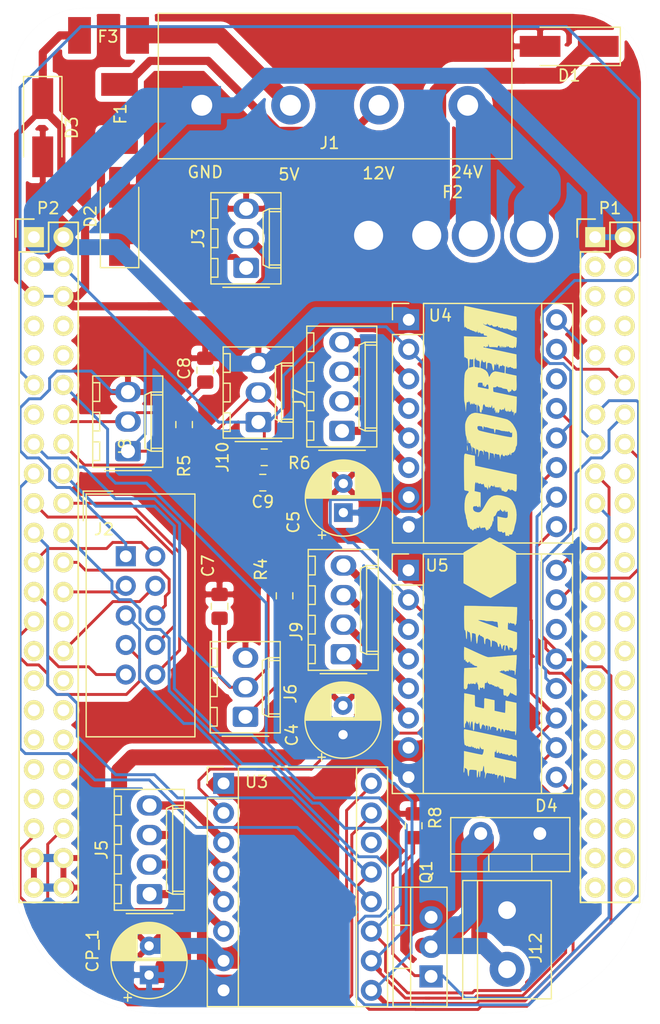
<source format=kicad_pcb>
(kicad_pcb (version 20171130) (host pcbnew "(5.1.0)-1")
  (title_block (title Firestarter) (date 2019-04-23) (rev 0.2) (company Hexastorm) (comment 1 "Rik Starmans"))
  (layers (0 F.Cu signal) (31 B.Cu signal) (34 B.Paste user) (35 F.Paste user) (36 B.SilkS user) (37 F.SilkS user) (38 B.Mask user hide) (39 F.Mask user hide) (44 Edge.Cuts user))
  (net 0 "")
  (net 1 +3V3)
  (net 2 +5V)
  (net 3 GND)
  (net 4 "Net-(D4-Pad2)")
  (net 5 SPINDLE_PWM)
  (net 6 +24V)
  (net 7 FAN_PWM)
  (net 8 "Net-(F3-Pad2)")
  (net 9 "Net-(F1-Pad2)")
  (net 10 +12V)
  (net 11 SPIO_DI)
  (net 12 Z_1B)
  (net 13 SPIO_SCL)
  (net 14 Z_1A)
  (net 15 SPIO_CSZ)
  (net 16 Z_2A)
  (net 17 SPIO_DO)
  (net 18 Z_2B)
  (net 19 Z_STEP)
  (net 20 Z_DIR)
  (net 21 Y_DIR)
  (net 22 Y_STEP)
  (net 23 Y_2B)
  (net 24 Y_2A)
  (net 25 SPIO_CSY)
  (net 26 Y_1A)
  (net 27 Y_1B)
  (net 28 X_1B)
  (net 29 X_1A)
  (net 30 SPI0_CSX)
  (net 31 X_2A)
  (net 32 X_2B)
  (net 33 X_STEP)
  (net 34 X_DIR)
  (net 35 POT_SDA)
  (net 36 POT_SCL)
  (net 37 "Net-(P1-Pad3)")
  (net 38 "Net-(P1-Pad4)")
  (net 39 "Net-(P1-Pad5)")
  (net 40 "Net-(P1-Pad6)")
  (net 41 "Net-(P1-Pad7)")
  (net 42 "Net-(P1-Pad8)")
  (net 43 "Net-(P1-Pad9)")
  (net 44 "Net-(P1-Pad10)")
  (net 45 Z_PO)
  (net 46 "Net-(P1-Pad20)")
  (net 47 "Net-(P1-Pad21)")
  (net 48 "Net-(P1-Pad22)")
  (net 49 "Net-(P1-Pad23)")
  (net 50 "Net-(P1-Pad24)")
  (net 51 "Net-(P1-Pad25)")
  (net 52 "Net-(P1-Pad26)")
  (net 53 "Net-(P1-Pad27)")
  (net 54 "Net-(P1-Pad28)")
  (net 55 "Net-(P1-Pad29)")
  (net 56 "Net-(P1-Pad30)")
  (net 57 "Net-(P1-Pad31)")
  (net 58 "Net-(P1-Pad32)")
  (net 59 "Net-(P1-Pad33)")
  (net 60 "Net-(P1-Pad34)")
  (net 61 "Net-(P1-Pad35)")
  (net 62 "Net-(P1-Pad36)")
  (net 63 "Net-(P1-Pad37)")
  (net 64 "Net-(P1-Pad38)")
  (net 65 "Net-(P1-Pad39)")
  (net 66 "Net-(P1-Pad40)")
  (net 67 "Net-(P1-Pad41)")
  (net 68 "Net-(P1-Pad42)")
  (net 69 "Net-(P1-Pad43)")
  (net 70 "Net-(P1-Pad44)")
  (net 71 "Net-(P1-Pad45)")
  (net 72 "Net-(P1-Pad46)")
  (net 73 IC_HB_PWM1)
  (net 74 "Net-(P2-Pad40)")
  (net 75 "Net-(P2-Pad39)")
  (net 76 "Net-(P2-Pad38)")
  (net 77 "Net-(P2-Pad37)")
  (net 78 "Net-(P2-Pad36)")
  (net 79 "Net-(P2-Pad35)")
  (net 80 "Net-(P2-Pad34)")
  (net 81 "Net-(P2-Pad33)")
  (net 82 "Net-(P2-Pad32)")
  (net 83 "Net-(P2-Pad31)")
  (net 84 IC_HB_PWM2)
  (net 85 "Net-(P2-Pad29)")
  (net 86 "Net-(P2-Pad28)")
  (net 87 POLY_PWM)
  (net 88 POLY_READY)
  (net 89 POLY_EN)
  (net 90 PH_DIODE)
  (net 91 Y_PO)
  (net 92 X_PO)
  (net 93 "Net-(P2-Pad13)")
  (net 94 "Net-(P2-Pad10)")
  (net 95 "Net-(P2-Pad9)")
  (net 96 "Net-(P2-Pad8)")
  (net 97 "Net-(P2-Pad7)")
  (net 98 "Net-(F2-Pad1)")
  (net 99 "Net-(U5-Pad6)")
  (net 100 "Net-(U4-Pad6)")
  (net 101 "Net-(U3-Pad6)")
  (net 102 "Net-(P1-Pad18)")
  (net 103 "Net-(P1-Pad11)")
  (net 104 ENABLE)
  (module Capacitor_THT:CP_Radial_D6.3mm_P2.50mm (layer F.Cu) (at 142.9766 86.05012 90)
    (fp_text reference C5 (at -0.81788 -4.2926 90) (layer F.SilkS))
    (fp_text value 100uF)
    (pad 2 thru_hole circle (at 2.5 0 90) (size 1.6 1.6) (drill 0.8) (layers *.Cu *.Mask) (net 3 GND))
    (pad 1 thru_hole rect (at 0 0 90) (size 1.6 1.6) (drill 0.8) (layers *.Cu *.Mask) (net 6 +24V))
  )
  (module Resistor_SMD:R_0805_2012Metric_Pad1.15x1.40mm_HandSolder (layer F.Cu) (at 149.025 112.95 270)
    (fp_text reference R8 (at -0.682 -1.851 90) (layer F.SilkS))
    (fp_text value 10K)
    (pad 2 smd roundrect (at 1.025 0 270) (size 1.15 1.4) (layers F.Cu F.Paste F.Mask) (roundrect_rratio 0.217391) (net 5 SPINDLE_PWM))
    (pad 1 smd roundrect (at -1.025 0 270) (size 1.15 1.4) (layers F.Cu F.Paste F.Mask) (roundrect_rratio 0.217391) (net 3 GND))
  )
  (module Resistor_SMD:R_0805_2012Metric_Pad1.15x1.40mm_HandSolder (layer F.Cu) (at 136.175 81.3)
    (fp_text reference R6 (at 3.017 0.488) (layer F.SilkS))
    (fp_text value 10K)
    (pad 2 smd roundrect (at 1.025 0) (size 1.15 1.4) (layers F.Cu F.Paste F.Mask) (roundrect_rratio 0.217391) (net 45 Z_PO))
    (pad 1 smd roundrect (at -1.025 0) (size 1.15 1.4) (layers F.Cu F.Paste F.Mask) (roundrect_rratio 0.217391) (net 1 +3V3))
  )
  (module Resistor_SMD:R_0805_2012Metric_Pad1.15x1.40mm_HandSolder (layer F.Cu) (at 129.286 78.486 90)
    (fp_text reference R5 (at -3.556 0 -90) (layer F.SilkS))
    (fp_text value 10K)
    (pad 2 smd roundrect (at 1.025 0 90) (size 1.15 1.4) (layers F.Cu F.Paste F.Mask) (roundrect_rratio 0.217391) (net 91 Y_PO))
    (pad 1 smd roundrect (at -1.025 0 90) (size 1.15 1.4) (layers F.Cu F.Paste F.Mask) (roundrect_rratio 0.217391) (net 1 +3V3))
  )
  (module Resistor_SMD:R_0805_2012Metric_Pad1.15x1.40mm_HandSolder (layer F.Cu) (at 137.922 93.19514 90)
    (fp_text reference R4 (at 2.26314 -2.032 90) (layer F.SilkS))
    (fp_text value 10K)
    (pad 2 smd roundrect (at 1.025 0 90) (size 1.15 1.4) (layers F.Cu F.Paste F.Mask) (roundrect_rratio 0.217391) (net 92 X_PO))
    (pad 1 smd roundrect (at -1.025 0 90) (size 1.15 1.4) (layers F.Cu F.Paste F.Mask) (roundrect_rratio 0.217391) (net 1 +3V3))
  )
  (module Package_TO_SOT_THT:TO-220-3_Vertical (layer F.Cu) (at 150.52 125.89 90)
    (fp_text reference Q1 (at 8.955 -0.41 90) (layer F.SilkS))
    (fp_text value IRLB8721PBF)
    (pad 3 thru_hole oval (at 5.08 0 90) (size 1.905 2) (drill 1.1) (layers *.Cu *.Mask) (net 3 GND))
    (pad 2 thru_hole oval (at 2.54 0 90) (size 1.905 2) (drill 1.1) (layers *.Cu *.Mask) (net 4 "Net-(D4-Pad2)"))
    (pad 1 thru_hole rect (at 0 0 90) (size 1.905 2) (drill 1.1) (layers *.Cu *.Mask) (net 5 SPINDLE_PWM))
  )
  (module TerminalBlock:TerminalBlock_bornier-2_P5.08mm (layer F.Cu) (at 157.05 120.2 270)
    (fp_text reference J12 (at 3.244 -2.462 90) (layer F.SilkS))
    (fp_text value EBV-02-D)
    (pad 2 thru_hole circle (at 5.08 0 270) (size 3 3) (drill 1.52) (layers *.Cu *.Mask) (net 4 "Net-(D4-Pad2)"))
    (pad 1 thru_hole rect (at 0 0 270) (size 3 3) (drill 1.52) (layers *.Cu *.Mask) (net 6 +24V))
  )
  (module Connector_Molex:Molex_KK-254_AE-6410-03A_1x03_P2.54mm_Vertical (layer F.Cu) (at 135.675 78.275 90)
    (fp_text reference J10 (at -3.005 -3.087 90) (layer F.SilkS))
    (fp_text value MOLEX_2031)
    (pad 3 thru_hole oval (at 5.08 0 90) (size 1.74 2.2) (drill 1.2) (layers *.Cu *.Mask) (net 3 GND))
    (pad 2 thru_hole oval (at 2.54 0 90) (size 1.74 2.2) (drill 1.2) (layers *.Cu *.Mask) (net 45 Z_PO))
    (pad 1 thru_hole roundrect (at 0 0 90) (size 1.74 2.2) (drill 1.2) (layers *.Cu *.Mask) (roundrect_rratio 0.143678) (net 1 +3V3))
  )
  (module Connector_Molex:Molex_KK-254_AE-6410-04A_1x04_P2.54mm_Vertical (layer F.Cu) (at 142.98676 98.21672 90)
    (fp_text reference J9 (at 1.95072 -4.04876 90) (layer F.SilkS))
    (fp_text value MOLEX_2041)
    (pad 4 thru_hole oval (at 7.62 0 90) (size 1.74 2.2) (drill 1.2) (layers *.Cu *.Mask) (net 12 Z_1B))
    (pad 3 thru_hole oval (at 5.08 0 90) (size 1.74 2.2) (drill 1.2) (layers *.Cu *.Mask) (net 14 Z_1A))
    (pad 2 thru_hole oval (at 2.54 0 90) (size 1.74 2.2) (drill 1.2) (layers *.Cu *.Mask) (net 16 Z_2A))
    (pad 1 thru_hole roundrect (at 0 0 90) (size 1.74 2.2) (drill 1.2) (layers *.Cu *.Mask) (roundrect_rratio 0.143678) (net 18 Z_2B))
  )
  (module Connector_Molex:Molex_KK-254_AE-6410-03A_1x03_P2.54mm_Vertical (layer F.Cu) (at 124.46 80.772 90)
    (fp_text reference J8 (at 0.254 -0.254 -90) (layer F.SilkS))
    (fp_text value MOLEX_2031)
    (pad 3 thru_hole oval (at 5.08 0 90) (size 1.74 2.2) (drill 1.2) (layers *.Cu *.Mask) (net 3 GND))
    (pad 2 thru_hole oval (at 2.54 0 90) (size 1.74 2.2) (drill 1.2) (layers *.Cu *.Mask) (net 91 Y_PO))
    (pad 1 thru_hole roundrect (at 0 0 90) (size 1.74 2.2) (drill 1.2) (layers *.Cu *.Mask) (roundrect_rratio 0.143678) (net 1 +3V3))
  )
  (module Connector_Molex:Molex_KK-254_AE-6410-04A_1x04_P2.54mm_Vertical (layer F.Cu) (at 142.8623 79.02956 90)
    (fp_text reference J7 (at 2.82956 -3.6703 90) (layer F.SilkS))
    (fp_text value MOLEX_2041)
    (pad 4 thru_hole oval (at 7.62 0 90) (size 1.74 2.2) (drill 1.2) (layers *.Cu *.Mask) (net 27 Y_1B))
    (pad 3 thru_hole oval (at 5.08 0 90) (size 1.74 2.2) (drill 1.2) (layers *.Cu *.Mask) (net 26 Y_1A))
    (pad 2 thru_hole oval (at 2.54 0 90) (size 1.74 2.2) (drill 1.2) (layers *.Cu *.Mask) (net 24 Y_2A))
    (pad 1 thru_hole roundrect (at 0 0 90) (size 1.74 2.2) (drill 1.2) (layers *.Cu *.Mask) (roundrect_rratio 0.143678) (net 23 Y_2B))
  )
  (module Connector_Molex:Molex_KK-254_AE-6410-03A_1x03_P2.54mm_Vertical (layer F.Cu) (at 134.56 103.59 90)
    (fp_text reference J6 (at 1.99 3.87 90) (layer F.SilkS))
    (fp_text value MOLEX_2031)
    (pad 3 thru_hole oval (at 5.08 0 90) (size 1.74 2.2) (drill 1.2) (layers *.Cu *.Mask) (net 3 GND))
    (pad 2 thru_hole oval (at 2.54 0 90) (size 1.74 2.2) (drill 1.2) (layers *.Cu *.Mask) (net 92 X_PO))
    (pad 1 thru_hole roundrect (at 0 0 90) (size 1.74 2.2) (drill 1.2) (layers *.Cu *.Mask) (roundrect_rratio 0.143678) (net 1 +3V3))
  )
  (module Connector_Molex:Molex_KK-254_AE-6410-04A_1x04_P2.54mm_Vertical (layer F.Cu) (at 126.3142 118.82628 90)
    (fp_text reference J5 (at 3.81 -4.12 90) (layer F.SilkS))
    (fp_text value MOLEX_2041)
    (pad 4 thru_hole oval (at 7.62 0 90) (size 1.74 2.2) (drill 1.2) (layers *.Cu *.Mask) (net 28 X_1B))
    (pad 3 thru_hole oval (at 5.08 0 90) (size 1.74 2.2) (drill 1.2) (layers *.Cu *.Mask) (net 29 X_1A))
    (pad 2 thru_hole oval (at 2.54 0 90) (size 1.74 2.2) (drill 1.2) (layers *.Cu *.Mask) (net 31 X_2A))
    (pad 1 thru_hole roundrect (at 0 0 90) (size 1.74 2.2) (drill 1.2) (layers *.Cu *.Mask) (roundrect_rratio 0.143678) (net 32 X_2B))
  )
  (module Connector_Molex:Molex_KK-254_AE-6410-03A_1x03_P2.54mm_Vertical (layer F.Cu) (at 134.62 65.024 90)
    (fp_text reference J3 (at 2.54 -4.12 90) (layer F.SilkS))
    (fp_text value MOLEX_2031)
    (pad 3 thru_hole oval (at 5.08 0 90) (size 1.74 2.2) (drill 1.2) (layers *.Cu *.Mask) (net 3 GND))
    (pad 2 thru_hole oval (at 2.54 0 90) (size 1.74 2.2) (drill 1.2) (layers *.Cu *.Mask) (net 2 +5V))
    (pad 1 thru_hole roundrect (at 0 0 90) (size 1.74 2.2) (drill 1.2) (layers *.Cu *.Mask) (roundrect_rratio 0.143678) (net 10 +12V))
  )
  (module Connector_IDC:IDC-Header_2x05_P2.54mm_Vertical (layer F.Cu) (at 124.27 89.8)
    (fp_text reference J2 (at -1.87 -2.32) (layer F.SilkS))
    (fp_text value 10pinIDC)
    (pad 10 thru_hole oval (at 2.54 10.16) (size 1.7272 1.7272) (drill 1.016) (layers *.Cu *.Mask) (net 35 POT_SDA))
    (pad 9 thru_hole oval (at 0 10.16) (size 1.7272 1.7272) (drill 1.016) (layers *.Cu *.Mask) (net 73 IC_HB_PWM1))
    (pad 8 thru_hole oval (at 2.54 7.62) (size 1.7272 1.7272) (drill 1.016) (layers *.Cu *.Mask) (net 36 POT_SCL))
    (pad 7 thru_hole oval (at 0 7.62) (size 1.7272 1.7272) (drill 1.016) (layers *.Cu *.Mask) (net 84 IC_HB_PWM2))
    (pad 6 thru_hole oval (at 2.54 5.08) (size 1.7272 1.7272) (drill 1.016) (layers *.Cu *.Mask) (net 90 PH_DIODE))
    (pad 5 thru_hole oval (at 0 5.08) (size 1.7272 1.7272) (drill 1.016) (layers *.Cu *.Mask) (net 7 FAN_PWM))
    (pad 4 thru_hole oval (at 2.54 2.54) (size 1.7272 1.7272) (drill 1.016) (layers *.Cu *.Mask) (net 87 POLY_PWM))
    (pad 3 thru_hole oval (at 0 2.54) (size 1.7272 1.7272) (drill 1.016) (layers *.Cu *.Mask) (net 88 POLY_READY))
    (pad 2 thru_hole oval (at 2.54 0) (size 1.7272 1.7272) (drill 1.016) (layers *.Cu *.Mask) (net 89 POLY_EN))
    (pad 1 thru_hole rect (at 0 0) (size 1.7272 1.7272) (drill 1.016) (layers *.Cu *.Mask) (net 3 GND))
  )
  (module Package_TO_SOT_THT:TO-220-2_Vertical (layer F.Cu) (at 159.87 113.62 180)
    (fp_text reference D4 (at -0.56 2.38) (layer F.SilkS))
    (fp_text value STPS1545D)
    (pad 2 thru_hole oval (at 5.08 0 180) (size 2 2) (drill 1.1) (layers *.Cu *.Mask) (net 4 "Net-(D4-Pad2)"))
    (pad 1 thru_hole rect (at 0 0 180) (size 2 2) (drill 1.1) (layers *.Cu *.Mask) (net 6 +24V))
  )
  (module Diode_SMD:D_SMA_Handsoldering (layer F.Cu) (at 117.1321 52.9844 270)
    (fp_text reference D3 (at 0 -2.5 90) (layer F.SilkS))
    (fp_text value 50V_1A)
    (pad 2 smd rect (at 2.5 0 270) (size 3.5 1.8) (layers F.Cu F.Paste F.Mask) (net 3 GND))
    (pad 1 smd rect (at -2.5 0 270) (size 3.5 1.8) (layers F.Cu F.Paste F.Mask) (net 2 +5V))
  )
  (module Diode_SMD:D_SMA_Handsoldering (layer F.Cu) (at 123.7361 60.6044 90)
    (fp_text reference D2 (at 0 -2.5 90) (layer F.SilkS))
    (fp_text value 50V_1A)
    (pad 2 smd rect (at 2.5 0 90) (size 3.5 1.8) (layers F.Cu F.Paste F.Mask) (net 3 GND))
    (pad 1 smd rect (at -2.5 0 90) (size 3.5 1.8) (layers F.Cu F.Paste F.Mask) (net 10 +12V))
  )
  (module Diode_SMD:D_SMA_Handsoldering (layer F.Cu) (at 162.38982 45.99686 180)
    (fp_text reference D1 (at 0 -2.5) (layer F.SilkS))
    (fp_text value 50V_1A)
    (pad 2 smd rect (at 2.5 0 180) (size 3.5 1.8) (layers F.Cu F.Paste F.Mask) (net 3 GND))
    (pad 1 smd rect (at -2.5 0 180) (size 3.5 1.8) (layers F.Cu F.Paste F.Mask) (net 6 +24V))
  )
  (module Capacitor_THT:CP_Radial_D6.3mm_P2.50mm (layer F.Cu) (at 126.275 125.775 90)
    (fp_text reference CP_1 (at 2.077 -4.863 90) (layer F.SilkS))
    (fp_text value 100uF)
    (pad 2 thru_hole circle (at 2.5 0 90) (size 1.6 1.6) (drill 0.8) (layers *.Cu *.Mask) (net 3 GND))
    (pad 1 thru_hole rect (at 0 0 90) (size 1.6 1.6) (drill 0.8) (layers *.Cu *.Mask) (net 6 +24V))
  )
  (module Capacitor_SMD:C_0805_2012Metric_Pad1.15x1.40mm_HandSolder (layer F.Cu) (at 136.05 83.475 180)
    (fp_text reference C9 (at 0 -1.65) (layer F.SilkS))
    (fp_text value 0.1uF)
    (pad 2 smd roundrect (at 1.025 0 180) (size 1.15 1.4) (layers F.Cu F.Paste F.Mask) (roundrect_rratio 0.217391) (net 3 GND))
    (pad 1 smd roundrect (at -1.025 0 180) (size 1.15 1.4) (layers F.Cu F.Paste F.Mask) (roundrect_rratio 0.217391) (net 45 Z_PO))
  )
  (module Capacitor_SMD:C_0805_2012Metric_Pad1.15x1.40mm_HandSolder (layer F.Cu) (at 131.1021 73.8124 90)
    (fp_text reference C8 (at 0.1524 -1.8161 90) (layer F.SilkS))
    (fp_text value 0.1uF)
    (pad 2 smd roundrect (at 1.025 0 90) (size 1.15 1.4) (layers F.Cu F.Paste F.Mask) (roundrect_rratio 0.217391) (net 3 GND))
    (pad 1 smd roundrect (at -1.025 0 90) (size 1.15 1.4) (layers F.Cu F.Paste F.Mask) (roundrect_rratio 0.217391) (net 91 Y_PO))
  )
  (module Capacitor_SMD:C_0805_2012Metric_Pad1.15x1.40mm_HandSolder (layer F.Cu) (at 132.334 94.1 90)
    (fp_text reference C7 (at 3.48 -0.994 90) (layer F.SilkS))
    (fp_text value 0.1uF)
    (pad 2 smd roundrect (at 1.025 0 90) (size 1.15 1.4) (layers F.Cu F.Paste F.Mask) (roundrect_rratio 0.217391) (net 3 GND))
    (pad 1 smd roundrect (at -1.025 0 90) (size 1.15 1.4) (layers F.Cu F.Paste F.Mask) (roundrect_rratio 0.217391) (net 92 X_PO))
  )
  (module Capacitor_THT:CP_Radial_D6.3mm_P2.50mm (layer F.Cu) (at 142.95 105.125 90)
    (fp_text reference C4 (at -0.031 -4.4 90) (layer F.SilkS))
    (fp_text value 100uF)
    (pad 2 thru_hole circle (at 2.5 0 90) (size 1.6 1.6) (drill 0.8) (layers *.Cu *.Mask) (net 3 GND))
    (pad 1 thru_hole rect (at 0 0 90) (size 1.6 1.6) (drill 0.8) (layers *.Cu *.Mask) (net 6 +24V))
  )
  (module Socket_BeagleBone_Black:hexastorm (layer F.Cu) (at 155.59532 88.82126 90)
    (fp_text reference G1 hide)
    (fp_text value hexastorm hide)
  )
  (module Socket_BeagleBone_Black:TMC2130 (layer F.Cu) (at 132.68 109.31)
    (fp_text reference U3 (at 2.84276 -0.12922) (layer F.SilkS))
    (fp_text value X_STEPPER)
    (pad 8 thru_hole oval (at 12.7 0) (size 1.8 1.8) (drill 1.02) (layers *.Cu *.Mask) (net 34 X_DIR))
    (pad 16 thru_hole oval (at 0 17.78) (size 1.8 1.8) (drill 1.02) (layers *.Cu *.Mask) (net 6 +24V))
    (pad 7 thru_hole oval (at 12.7 2.54) (size 1.8 1.8) (drill 1.02) (layers *.Cu *.Mask) (net 33 X_STEP))
    (pad 15 thru_hole oval (at 0 15.24) (size 1.8 1.8) (drill 1.02) (layers *.Cu *.Mask) (net 3 GND))
    (pad 6 thru_hole oval (at 12.7 5.08) (size 1.8 1.8) (drill 1.02) (layers *.Cu *.Mask) (net 101 "Net-(U3-Pad6)"))
    (pad 14 thru_hole oval (at 0 12.7) (size 1.8 1.8) (drill 1.02) (layers *.Cu *.Mask) (net 32 X_2B))
    (pad 5 thru_hole oval (at 12.7 7.62) (size 1.8 1.8) (drill 1.02) (layers *.Cu *.Mask) (net 17 SPIO_DO))
    (pad 13 thru_hole oval (at 0 10.16) (size 1.8 1.8) (drill 1.02) (layers *.Cu *.Mask) (net 31 X_2A))
    (pad 4 thru_hole oval (at 12.7 10.16) (size 1.8 1.8) (drill 1.02) (layers *.Cu *.Mask) (net 30 SPI0_CSX))
    (pad 12 thru_hole oval (at 0 7.62) (size 1.8 1.8) (drill 1.02) (layers *.Cu *.Mask) (net 29 X_1A))
    (pad 3 thru_hole oval (at 12.7 12.7) (size 1.8 1.8) (drill 1.02) (layers *.Cu *.Mask) (net 13 SPIO_SCL))
    (pad 11 thru_hole oval (at 0 5.08) (size 1.8 1.8) (drill 1.02) (layers *.Cu *.Mask) (net 28 X_1B))
    (pad 2 thru_hole oval (at 12.7 15.24) (size 1.8 1.8) (drill 1.02) (layers *.Cu *.Mask) (net 11 SPIO_DI))
    (pad 10 thru_hole oval (at 0 2.54) (size 1.8 1.8) (drill 1.02) (layers *.Cu *.Mask) (net 1 +3V3))
    (pad 1 thru_hole oval (at 12.7 17.78) (size 1.8 1.8) (drill 1.02) (layers *.Cu *.Mask) (net 104 ENABLE))
    (pad 9 thru_hole rect (at 0 0) (size 1.8 1.8) (drill 1.02) (layers *.Cu *.Mask) (net 3 GND))
  )
  (module Socket_BeagleBone_Black:TMC2130 (layer F.Cu) (at 148.58 91)
    (fp_text reference U5 (at 2.45928 -0.40422) (layer F.SilkS))
    (fp_text value Z_STEPPER)
    (pad 8 thru_hole oval (at 12.7 0) (size 1.8 1.8) (drill 1.02) (layers *.Cu *.Mask) (net 20 Z_DIR))
    (pad 16 thru_hole oval (at 0 17.78) (size 1.8 1.8) (drill 1.02) (layers *.Cu *.Mask) (net 6 +24V))
    (pad 7 thru_hole oval (at 12.7 2.54) (size 1.8 1.8) (drill 1.02) (layers *.Cu *.Mask) (net 19 Z_STEP))
    (pad 15 thru_hole oval (at 0 15.24) (size 1.8 1.8) (drill 1.02) (layers *.Cu *.Mask) (net 3 GND))
    (pad 6 thru_hole oval (at 12.7 5.08) (size 1.8 1.8) (drill 1.02) (layers *.Cu *.Mask) (net 99 "Net-(U5-Pad6)"))
    (pad 14 thru_hole oval (at 0 12.7) (size 1.8 1.8) (drill 1.02) (layers *.Cu *.Mask) (net 18 Z_2B))
    (pad 5 thru_hole oval (at 12.7 7.62) (size 1.8 1.8) (drill 1.02) (layers *.Cu *.Mask) (net 17 SPIO_DO))
    (pad 13 thru_hole oval (at 0 10.16) (size 1.8 1.8) (drill 1.02) (layers *.Cu *.Mask) (net 16 Z_2A))
    (pad 4 thru_hole oval (at 12.7 10.16) (size 1.8 1.8) (drill 1.02) (layers *.Cu *.Mask) (net 15 SPIO_CSZ))
    (pad 12 thru_hole oval (at 0 7.62) (size 1.8 1.8) (drill 1.02) (layers *.Cu *.Mask) (net 14 Z_1A))
    (pad 3 thru_hole oval (at 12.7 12.7) (size 1.8 1.8) (drill 1.02) (layers *.Cu *.Mask) (net 13 SPIO_SCL))
    (pad 11 thru_hole oval (at 0 5.08) (size 1.8 1.8) (drill 1.02) (layers *.Cu *.Mask) (net 12 Z_1B))
    (pad 2 thru_hole oval (at 12.7 15.24) (size 1.8 1.8) (drill 1.02) (layers *.Cu *.Mask) (net 11 SPIO_DI))
    (pad 10 thru_hole oval (at 0 2.54) (size 1.8 1.8) (drill 1.02) (layers *.Cu *.Mask) (net 1 +3V3))
    (pad 1 thru_hole oval (at 12.7 17.78) (size 1.8 1.8) (drill 1.02) (layers *.Cu *.Mask) (net 104 ENABLE))
    (pad 9 thru_hole rect (at 0 0) (size 1.8 1.8) (drill 1.02) (layers *.Cu *.Mask) (net 3 GND))
  )
  (module Socket_BeagleBone_Black:TMC2130 (layer F.Cu) (at 148.60016 69.47916)
    (fp_text reference U4 (at 2.70994 -0.35676) (layer F.SilkS))
    (fp_text value Y_STEPPER)
    (pad 8 thru_hole oval (at 12.7 0) (size 1.8 1.8) (drill 1.02) (layers *.Cu *.Mask) (net 21 Y_DIR))
    (pad 16 thru_hole oval (at 0 17.78) (size 1.8 1.8) (drill 1.02) (layers *.Cu *.Mask) (net 6 +24V))
    (pad 7 thru_hole oval (at 12.7 2.54) (size 1.8 1.8) (drill 1.02) (layers *.Cu *.Mask) (net 22 Y_STEP))
    (pad 15 thru_hole oval (at 0 15.24) (size 1.8 1.8) (drill 1.02) (layers *.Cu *.Mask) (net 3 GND))
    (pad 6 thru_hole oval (at 12.7 5.08) (size 1.8 1.8) (drill 1.02) (layers *.Cu *.Mask) (net 100 "Net-(U4-Pad6)"))
    (pad 14 thru_hole oval (at 0 12.7) (size 1.8 1.8) (drill 1.02) (layers *.Cu *.Mask) (net 23 Y_2B))
    (pad 5 thru_hole oval (at 12.7 7.62) (size 1.8 1.8) (drill 1.02) (layers *.Cu *.Mask) (net 17 SPIO_DO))
    (pad 13 thru_hole oval (at 0 10.16) (size 1.8 1.8) (drill 1.02) (layers *.Cu *.Mask) (net 24 Y_2A))
    (pad 4 thru_hole oval (at 12.7 10.16) (size 1.8 1.8) (drill 1.02) (layers *.Cu *.Mask) (net 25 SPIO_CSY))
    (pad 12 thru_hole oval (at 0 7.62) (size 1.8 1.8) (drill 1.02) (layers *.Cu *.Mask) (net 26 Y_1A))
    (pad 3 thru_hole oval (at 12.7 12.7) (size 1.8 1.8) (drill 1.02) (layers *.Cu *.Mask) (net 13 SPIO_SCL))
    (pad 11 thru_hole oval (at 0 5.08) (size 1.8 1.8) (drill 1.02) (layers *.Cu *.Mask) (net 27 Y_1B))
    (pad 2 thru_hole oval (at 12.7 15.24) (size 1.8 1.8) (drill 1.02) (layers *.Cu *.Mask) (net 11 SPIO_DI))
    (pad 10 thru_hole oval (at 0 2.54) (size 1.8 1.8) (drill 1.02) (layers *.Cu *.Mask) (net 1 +3V3))
    (pad 1 thru_hole oval (at 12.7 17.78) (size 1.8 1.8) (drill 1.02) (layers *.Cu *.Mask) (net 104 ENABLE))
    (pad 9 thru_hole rect (at 0 0) (size 1.8 1.8) (drill 1.02) (layers *.Cu *.Mask) (net 3 GND))
  )
  (module Socket_BeagleBone_Black:MCCQ-121 (layer F.Cu) (at 152.146 62.23 180)
    (fp_text reference F2 (at -0.22312 3.7096 180) (layer F.SilkS))
    (fp_text value 30A)
    (pad 4 thru_hole circle (at 7 0 180) (size 3.7 3.7) (drill 2.5) (layers *.Cu *.Mask) (net 6 +24V))
    (pad 3 thru_hole circle (at 2 0 180) (size 3.7 3.7) (drill 2.5) (layers *.Cu *.Mask) (net 6 +24V))
    (pad 2 thru_hole circle (at -2 0 180) (size 3.7 3.7) (drill 2.5) (layers *.Cu *.Mask) (net 98 "Net-(F2-Pad1)"))
    (pad 1 thru_hole circle (at -7 0 180) (size 3.7 3.7) (drill 2.5) (layers *.Cu *.Mask) (net 98 "Net-(F2-Pad1)"))
  )
  (module Socket_BeagleBone_Black:MC000052 (layer F.Cu) (at 153.66492 51.054 180)
    (fp_text reference J1 (at 11.87958 -3.24358 180) (layer F.SilkS))
    (fp_text value MC000052)
    (fp_text user 24V (at 0.06492 -5.746 180) (layer F.SilkS))
    (fp_text user 12V (at 7.66492 -5.846 180) (layer F.SilkS))
    (fp_text user 5V (at 15.36492 -5.946 180) (layer F.SilkS))
    (fp_text user GND (at 22.56492 -5.746 180) (layer F.SilkS))
    (pad 1 thru_hole rect (at 22.86 0 180) (size 3.3 3.3) (drill 1.8) (layers *.Cu *.Mask) (net 3 GND))
    (pad 4 thru_hole circle (at 0 0 180) (size 3.3 3.3) (drill 1.8) (layers *.Cu *.Mask) (net 98 "Net-(F2-Pad1)"))
    (pad 2 thru_hole circle (at 15.24 0 180) (size 3.3 3.3) (drill 1.8) (layers *.Cu *.Mask) (net 8 "Net-(F3-Pad2)"))
    (pad 3 thru_hole circle (at 7.62 0 180) (size 3.3 3.3) (drill 1.8) (layers *.Cu *.Mask) (net 9 "Net-(F1-Pad2)"))
  )
  (module Socket_BeagleBone_Black:Socket_BeagleBone_Black (layer F.Cu) (at 116.3701 62.3824)
    (fp_text reference P2 (at 1.2299 -2.4824) (layer F.SilkS))
    (fp_text value BeagleBone_Black_Header)
    (pad 46 thru_hole oval (at 2.54 55.88) (size 1.7272 1.7272) (drill 1.016) (layers *.Cu *.Mask F.SilkS) (net 3 GND))
    (pad 45 thru_hole oval (at 0 55.88) (size 1.7272 1.7272) (drill 1.016) (layers *.Cu *.Mask F.SilkS) (net 3 GND))
    (pad 44 thru_hole oval (at 2.54 53.34) (size 1.7272 1.7272) (drill 1.016) (layers *.Cu *.Mask F.SilkS) (net 3 GND))
    (pad 43 thru_hole oval (at 0 53.34) (size 1.7272 1.7272) (drill 1.016) (layers *.Cu *.Mask F.SilkS) (net 3 GND))
    (pad 42 thru_hole oval (at 2.54 50.8) (size 1.7272 1.7272) (drill 1.016) (layers *.Cu *.Mask F.SilkS) (net 34 X_DIR))
    (pad 41 thru_hole oval (at 0 50.8) (size 1.7272 1.7272) (drill 1.016) (layers *.Cu *.Mask F.SilkS) (net 33 X_STEP))
    (pad 40 thru_hole oval (at 2.54 48.26) (size 1.7272 1.7272) (drill 1.016) (layers *.Cu *.Mask F.SilkS) (net 74 "Net-(P2-Pad40)"))
    (pad 39 thru_hole oval (at 0 48.26) (size 1.7272 1.7272) (drill 1.016) (layers *.Cu *.Mask F.SilkS) (net 75 "Net-(P2-Pad39)"))
    (pad 38 thru_hole oval (at 2.54 45.72) (size 1.7272 1.7272) (drill 1.016) (layers *.Cu *.Mask F.SilkS) (net 76 "Net-(P2-Pad38)"))
    (pad 37 thru_hole oval (at 0 45.72) (size 1.7272 1.7272) (drill 1.016) (layers *.Cu *.Mask F.SilkS) (net 77 "Net-(P2-Pad37)"))
    (pad 36 thru_hole oval (at 2.54 43.18) (size 1.7272 1.7272) (drill 1.016) (layers *.Cu *.Mask F.SilkS) (net 78 "Net-(P2-Pad36)"))
    (pad 35 thru_hole oval (at 0 43.18) (size 1.7272 1.7272) (drill 1.016) (layers *.Cu *.Mask F.SilkS) (net 79 "Net-(P2-Pad35)"))
    (pad 34 thru_hole oval (at 2.54 40.64) (size 1.7272 1.7272) (drill 1.016) (layers *.Cu *.Mask F.SilkS) (net 80 "Net-(P2-Pad34)"))
    (pad 33 thru_hole oval (at 0 40.64) (size 1.7272 1.7272) (drill 1.016) (layers *.Cu *.Mask F.SilkS) (net 81 "Net-(P2-Pad33)"))
    (pad 32 thru_hole oval (at 2.54 38.1) (size 1.7272 1.7272) (drill 1.016) (layers *.Cu *.Mask F.SilkS) (net 82 "Net-(P2-Pad32)"))
    (pad 31 thru_hole oval (at 0 38.1) (size 1.7272 1.7272) (drill 1.016) (layers *.Cu *.Mask F.SilkS) (net 83 "Net-(P2-Pad31)"))
    (pad 30 thru_hole oval (at 2.54 35.56) (size 1.7272 1.7272) (drill 1.016) (layers *.Cu *.Mask F.SilkS) (net 87 POLY_PWM))
    (pad 29 thru_hole oval (at 0 35.56) (size 1.7272 1.7272) (drill 1.016) (layers *.Cu *.Mask F.SilkS) (net 85 "Net-(P2-Pad29)"))
    (pad 28 thru_hole oval (at 2.54 33.02) (size 1.7272 1.7272) (drill 1.016) (layers *.Cu *.Mask F.SilkS) (net 86 "Net-(P2-Pad28)"))
    (pad 27 thru_hole oval (at 0 33.02) (size 1.7272 1.7272) (drill 1.016) (layers *.Cu *.Mask F.SilkS) (net 84 IC_HB_PWM2))
    (pad 26 thru_hole oval (at 2.54 30.48) (size 1.7272 1.7272) (drill 1.016) (layers *.Cu *.Mask F.SilkS) (net 88 POLY_READY))
    (pad 25 thru_hole oval (at 0 30.48) (size 1.7272 1.7272) (drill 1.016) (layers *.Cu *.Mask F.SilkS) (net 73 IC_HB_PWM1))
    (pad 24 thru_hole oval (at 2.54 27.94) (size 1.7272 1.7272) (drill 1.016) (layers *.Cu *.Mask F.SilkS) (net 90 PH_DIODE))
    (pad 23 thru_hole oval (at 0 27.94) (size 1.7272 1.7272) (drill 1.016) (layers *.Cu *.Mask F.SilkS) (net 89 POLY_EN))
    (pad 22 thru_hole oval (at 2.54 25.4) (size 1.7272 1.7272) (drill 1.016) (layers *.Cu *.Mask F.SilkS) (net 13 SPIO_SCL))
    (pad 21 thru_hole oval (at 0 25.4) (size 1.7272 1.7272) (drill 1.016) (layers *.Cu *.Mask F.SilkS) (net 17 SPIO_DO))
    (pad 20 thru_hole oval (at 2.54 22.86) (size 1.7272 1.7272) (drill 1.016) (layers *.Cu *.Mask F.SilkS) (net 35 POT_SDA))
    (pad 19 thru_hole oval (at 0 22.86) (size 1.7272 1.7272) (drill 1.016) (layers *.Cu *.Mask F.SilkS) (net 36 POT_SCL))
    (pad 18 thru_hole oval (at 2.54 20.32) (size 1.7272 1.7272) (drill 1.016) (layers *.Cu *.Mask F.SilkS) (net 11 SPIO_DI))
    (pad 17 thru_hole oval (at 0 20.32) (size 1.7272 1.7272) (drill 1.016) (layers *.Cu *.Mask F.SilkS) (net 30 SPI0_CSX))
    (pad 16 thru_hole oval (at 2.54 17.78) (size 1.7272 1.7272) (drill 1.016) (layers *.Cu *.Mask F.SilkS) (net 45 Z_PO))
    (pad 15 thru_hole oval (at 0 17.78) (size 1.7272 1.7272) (drill 1.016) (layers *.Cu *.Mask F.SilkS) (net 92 X_PO))
    (pad 14 thru_hole oval (at 2.54 15.24) (size 1.7272 1.7272) (drill 1.016) (layers *.Cu *.Mask F.SilkS) (net 91 Y_PO))
    (pad 13 thru_hole oval (at 0 15.24) (size 1.7272 1.7272) (drill 1.016) (layers *.Cu *.Mask F.SilkS) (net 93 "Net-(P2-Pad13)"))
    (pad 12 thru_hole oval (at 2.54 12.7) (size 1.7272 1.7272) (drill 1.016) (layers *.Cu *.Mask F.SilkS) (net 104 ENABLE))
    (pad 11 thru_hole oval (at 0 12.7) (size 1.7272 1.7272) (drill 1.016) (layers *.Cu *.Mask F.SilkS) (net 25 SPIO_CSY))
    (pad 10 thru_hole oval (at 2.54 10.16) (size 1.7272 1.7272) (drill 1.016) (layers *.Cu *.Mask F.SilkS) (net 94 "Net-(P2-Pad10)"))
    (pad 9 thru_hole oval (at 0 10.16) (size 1.7272 1.7272) (drill 1.016) (layers *.Cu *.Mask F.SilkS) (net 95 "Net-(P2-Pad9)"))
    (pad 8 thru_hole oval (at 2.54 7.62) (size 1.7272 1.7272) (drill 1.016) (layers *.Cu *.Mask F.SilkS) (net 96 "Net-(P2-Pad8)"))
    (pad 7 thru_hole oval (at 0 7.62) (size 1.7272 1.7272) (drill 1.016) (layers *.Cu *.Mask F.SilkS) (net 97 "Net-(P2-Pad7)"))
    (pad 6 thru_hole oval (at 2.54 5.08) (size 1.7272 1.7272) (drill 1.016) (layers *.Cu *.Mask F.SilkS) (net 2 +5V))
    (pad 5 thru_hole oval (at 0 5.08) (size 1.7272 1.7272) (drill 1.016) (layers *.Cu *.Mask F.SilkS) (net 2 +5V))
    (pad 4 thru_hole oval (at 2.54 2.54) (size 1.7272 1.7272) (drill 1.016) (layers *.Cu *.Mask F.SilkS) (net 1 +3V3))
    (pad 3 thru_hole oval (at 0 2.54) (size 1.7272 1.7272) (drill 1.016) (layers *.Cu *.Mask F.SilkS) (net 1 +3V3))
    (pad 2 thru_hole oval (at 2.54 0) (size 1.7272 1.7272) (drill 1.016) (layers *.Cu *.Mask F.SilkS) (net 3 GND))
    (pad 1 thru_hole rect (at 0 0) (size 1.7272 1.7272) (drill 1.016) (layers *.Cu *.Mask F.SilkS) (net 3 GND))
  )
  (module Socket_BeagleBone_Black:Socket_BeagleBone_Black (layer F.Cu) (at 164.6301 62.3824)
    (fp_text reference P1 (at 1.2699 -2.4824) (layer F.SilkS))
    (fp_text value BeagleBone_Black_Header)
    (pad 46 thru_hole oval (at 2.54 55.88) (size 1.7272 1.7272) (drill 1.016) (layers *.Cu *.Mask F.SilkS) (net 72 "Net-(P1-Pad46)"))
    (pad 45 thru_hole oval (at 0 55.88) (size 1.7272 1.7272) (drill 1.016) (layers *.Cu *.Mask F.SilkS) (net 71 "Net-(P1-Pad45)"))
    (pad 44 thru_hole oval (at 2.54 53.34) (size 1.7272 1.7272) (drill 1.016) (layers *.Cu *.Mask F.SilkS) (net 70 "Net-(P1-Pad44)"))
    (pad 43 thru_hole oval (at 0 53.34) (size 1.7272 1.7272) (drill 1.016) (layers *.Cu *.Mask F.SilkS) (net 69 "Net-(P1-Pad43)"))
    (pad 42 thru_hole oval (at 2.54 50.8) (size 1.7272 1.7272) (drill 1.016) (layers *.Cu *.Mask F.SilkS) (net 68 "Net-(P1-Pad42)"))
    (pad 41 thru_hole oval (at 0 50.8) (size 1.7272 1.7272) (drill 1.016) (layers *.Cu *.Mask F.SilkS) (net 67 "Net-(P1-Pad41)"))
    (pad 40 thru_hole oval (at 2.54 48.26) (size 1.7272 1.7272) (drill 1.016) (layers *.Cu *.Mask F.SilkS) (net 66 "Net-(P1-Pad40)"))
    (pad 39 thru_hole oval (at 0 48.26) (size 1.7272 1.7272) (drill 1.016) (layers *.Cu *.Mask F.SilkS) (net 65 "Net-(P1-Pad39)"))
    (pad 38 thru_hole oval (at 2.54 45.72) (size 1.7272 1.7272) (drill 1.016) (layers *.Cu *.Mask F.SilkS) (net 64 "Net-(P1-Pad38)"))
    (pad 37 thru_hole oval (at 0 45.72) (size 1.7272 1.7272) (drill 1.016) (layers *.Cu *.Mask F.SilkS) (net 63 "Net-(P1-Pad37)"))
    (pad 36 thru_hole oval (at 2.54 43.18) (size 1.7272 1.7272) (drill 1.016) (layers *.Cu *.Mask F.SilkS) (net 62 "Net-(P1-Pad36)"))
    (pad 35 thru_hole oval (at 0 43.18) (size 1.7272 1.7272) (drill 1.016) (layers *.Cu *.Mask F.SilkS) (net 61 "Net-(P1-Pad35)"))
    (pad 34 thru_hole oval (at 2.54 40.64) (size 1.7272 1.7272) (drill 1.016) (layers *.Cu *.Mask F.SilkS) (net 60 "Net-(P1-Pad34)"))
    (pad 33 thru_hole oval (at 0 40.64) (size 1.7272 1.7272) (drill 1.016) (layers *.Cu *.Mask F.SilkS) (net 59 "Net-(P1-Pad33)"))
    (pad 32 thru_hole oval (at 2.54 38.1) (size 1.7272 1.7272) (drill 1.016) (layers *.Cu *.Mask F.SilkS) (net 58 "Net-(P1-Pad32)"))
    (pad 31 thru_hole oval (at 0 38.1) (size 1.7272 1.7272) (drill 1.016) (layers *.Cu *.Mask F.SilkS) (net 57 "Net-(P1-Pad31)"))
    (pad 30 thru_hole oval (at 2.54 35.56) (size 1.7272 1.7272) (drill 1.016) (layers *.Cu *.Mask F.SilkS) (net 56 "Net-(P1-Pad30)"))
    (pad 29 thru_hole oval (at 0 35.56) (size 1.7272 1.7272) (drill 1.016) (layers *.Cu *.Mask F.SilkS) (net 55 "Net-(P1-Pad29)"))
    (pad 28 thru_hole oval (at 2.54 33.02) (size 1.7272 1.7272) (drill 1.016) (layers *.Cu *.Mask F.SilkS) (net 54 "Net-(P1-Pad28)"))
    (pad 27 thru_hole oval (at 0 33.02) (size 1.7272 1.7272) (drill 1.016) (layers *.Cu *.Mask F.SilkS) (net 53 "Net-(P1-Pad27)"))
    (pad 26 thru_hole oval (at 2.54 30.48) (size 1.7272 1.7272) (drill 1.016) (layers *.Cu *.Mask F.SilkS) (net 52 "Net-(P1-Pad26)"))
    (pad 25 thru_hole oval (at 0 30.48) (size 1.7272 1.7272) (drill 1.016) (layers *.Cu *.Mask F.SilkS) (net 51 "Net-(P1-Pad25)"))
    (pad 24 thru_hole oval (at 2.54 27.94) (size 1.7272 1.7272) (drill 1.016) (layers *.Cu *.Mask F.SilkS) (net 50 "Net-(P1-Pad24)"))
    (pad 23 thru_hole oval (at 0 27.94) (size 1.7272 1.7272) (drill 1.016) (layers *.Cu *.Mask F.SilkS) (net 49 "Net-(P1-Pad23)"))
    (pad 22 thru_hole oval (at 2.54 25.4) (size 1.7272 1.7272) (drill 1.016) (layers *.Cu *.Mask F.SilkS) (net 48 "Net-(P1-Pad22)"))
    (pad 21 thru_hole oval (at 0 25.4) (size 1.7272 1.7272) (drill 1.016) (layers *.Cu *.Mask F.SilkS) (net 47 "Net-(P1-Pad21)"))
    (pad 20 thru_hole oval (at 2.54 22.86) (size 1.7272 1.7272) (drill 1.016) (layers *.Cu *.Mask F.SilkS) (net 46 "Net-(P1-Pad20)"))
    (pad 19 thru_hole oval (at 0 22.86) (size 1.7272 1.7272) (drill 1.016) (layers *.Cu *.Mask F.SilkS) (net 5 SPINDLE_PWM))
    (pad 18 thru_hole oval (at 2.54 20.32) (size 1.7272 1.7272) (drill 1.016) (layers *.Cu *.Mask F.SilkS) (net 102 "Net-(P1-Pad18)"))
    (pad 17 thru_hole oval (at 0 20.32) (size 1.7272 1.7272) (drill 1.016) (layers *.Cu *.Mask F.SilkS) (net 20 Z_DIR))
    (pad 16 thru_hole oval (at 2.54 17.78) (size 1.7272 1.7272) (drill 1.016) (layers *.Cu *.Mask F.SilkS) (net 19 Z_STEP))
    (pad 15 thru_hole oval (at 0 17.78) (size 1.7272 1.7272) (drill 1.016) (layers *.Cu *.Mask F.SilkS) (net 21 Y_DIR))
    (pad 14 thru_hole oval (at 2.54 15.24) (size 1.7272 1.7272) (drill 1.016) (layers *.Cu *.Mask F.SilkS) (net 15 SPIO_CSZ))
    (pad 13 thru_hole oval (at 0 15.24) (size 1.7272 1.7272) (drill 1.016) (layers *.Cu *.Mask F.SilkS) (net 7 FAN_PWM))
    (pad 12 thru_hole oval (at 2.54 12.7) (size 1.7272 1.7272) (drill 1.016) (layers *.Cu *.Mask F.SilkS) (net 22 Y_STEP))
    (pad 11 thru_hole oval (at 0 12.7) (size 1.7272 1.7272) (drill 1.016) (layers *.Cu *.Mask F.SilkS) (net 103 "Net-(P1-Pad11)"))
    (pad 10 thru_hole oval (at 2.54 10.16) (size 1.7272 1.7272) (drill 1.016) (layers *.Cu *.Mask F.SilkS) (net 44 "Net-(P1-Pad10)"))
    (pad 9 thru_hole oval (at 0 10.16) (size 1.7272 1.7272) (drill 1.016) (layers *.Cu *.Mask F.SilkS) (net 43 "Net-(P1-Pad9)"))
    (pad 8 thru_hole oval (at 2.54 7.62) (size 1.7272 1.7272) (drill 1.016) (layers *.Cu *.Mask F.SilkS) (net 42 "Net-(P1-Pad8)"))
    (pad 7 thru_hole oval (at 0 7.62) (size 1.7272 1.7272) (drill 1.016) (layers *.Cu *.Mask F.SilkS) (net 41 "Net-(P1-Pad7)"))
    (pad 6 thru_hole oval (at 2.54 5.08) (size 1.7272 1.7272) (drill 1.016) (layers *.Cu *.Mask F.SilkS) (net 40 "Net-(P1-Pad6)"))
    (pad 5 thru_hole oval (at 0 5.08) (size 1.7272 1.7272) (drill 1.016) (layers *.Cu *.Mask F.SilkS) (net 39 "Net-(P1-Pad5)"))
    (pad 4 thru_hole oval (at 2.54 2.54) (size 1.7272 1.7272) (drill 1.016) (layers *.Cu *.Mask F.SilkS) (net 38 "Net-(P1-Pad4)"))
    (pad 3 thru_hole oval (at 0 2.54) (size 1.7272 1.7272) (drill 1.016) (layers *.Cu *.Mask F.SilkS) (net 37 "Net-(P1-Pad3)"))
    (pad 2 thru_hole oval (at 2.54 0) (size 1.7272 1.7272) (drill 1.016) (layers *.Cu *.Mask F.SilkS) (net 3 GND))
    (pad 1 thru_hole rect (at 0 0) (size 1.7272 1.7272) (drill 1.016) (layers *.Cu *.Mask F.SilkS) (net 3 GND))
  )
  (module Socket_BeagleBone_Black:littlefuse_448 (layer F.Cu) (at 123.7361 51.7144 90)
    (fp_text reference F1 (at -0.0856 0.0762 90) (layer F.SilkS))
    (fp_text value 2A)
    (pad 2 smd rect (at 2.45 0 90) (size 1.96 3.15) (layers F.Cu F.Paste F.Mask) (net 9 "Net-(F1-Pad2)"))
    (pad 1 smd rect (at -2.54 0 90) (size 1.96 3.15) (layers F.Cu F.Paste F.Mask) (net 10 +12V))
  )
  (module Socket_BeagleBone_Black:littlefuse_448 (layer F.Cu) (at 122.8344 45.05198)
    (fp_text reference F3 (at -0.0943 0.11042) (layer F.SilkS))
    (fp_text value 4A)
    (pad 2 smd rect (at 2.45 0) (size 1.96 3.15) (layers F.Cu F.Paste F.Mask) (net 8 "Net-(F3-Pad2)"))
    (pad 1 smd rect (at -2.54 0) (size 1.96 3.15) (layers F.Cu F.Paste F.Mask) (net 2 +5V))
  )
  (gr_arc (start 162.7251 49.0474) (end 169.0751 49.0474) (angle -90) (layer Edge.Cuts) (width 0.00254))
  (gr_arc (start 127.1651 116.3574) (end 127.1651 129.0574) (angle 90) (layer Edge.Cuts) (width 0.00254))
  (gr_arc (start 156.3751 116.3574) (end 169.0751 116.3574) (angle 90) (layer Edge.Cuts) (width 0.00254))
  (gr_arc (start 120.8151 49.0474) (end 114.4651 49.0474) (angle 90) (layer Edge.Cuts) (width 0.00254))
  (gr_line (start 162.7251 42.6974) (end 120.8151 42.6974) (layer Edge.Cuts) (width 0.00254))
  (gr_line (start 169.0751 116.3624) (end 169.0751 49.0474) (layer Edge.Cuts) (width 0.00254))
  (gr_line (start 127.1651 129.0574) (end 156.3751 129.0574) (layer Edge.Cuts) (width 0.00254))
  (gr_line (start 114.4651 49.0474) (end 114.4651 116.3574) (layer Edge.Cuts) (width 0.00254))
  (segment (start 137.80711 74.290903) (end 137.80711 77.00859) (width 0.25) (layer B.Cu) (net 1))
  (segment (start 146.66555 70.08455) (end 142.013463 70.08455) (width 0.25) (layer B.Cu) (net 1))
  (segment (start 137.80711 77.00859) (end 136.4821 78.3336) (width 0.25) (layer B.Cu) (net 1))
  (segment (start 142.013463 70.08455) (end 137.80711 74.290903) (width 0.25) (layer B.Cu) (net 1))
  (segment (start 148.60016 72.01916) (end 146.66555 70.08455) (width 0.25) (layer B.Cu) (net 1))
  (segment (start 136.4821 78.3336) (end 136.1821 78.3336) (width 0.25) (layer B.Cu) (net 1))
  (segment (start 137.922 94.44514) (end 137.922 94.54514) (width 0.25) (layer F.Cu) (net 1))
  (segment (start 136.1821 78.3336) (end 134.6321 78.3336) (width 0.25) (layer B.Cu) (net 1))
  (segment (start 134.9321 81.1784) (end 134.8321 81.1784) (width 0.25) (layer F.Cu) (net 1))
  (segment (start 116.3701 64.9224) (end 118.9101 64.9224) (width 0.7) (layer B.Cu) (net 1))
  (segment (start 136.1821 78.3336) (end 136.1821 79.9284) (width 0.25) (layer F.Cu) (net 1))
  (segment (start 136.1821 79.9284) (end 134.9321 81.1784) (width 0.25) (layer F.Cu) (net 1))
  (segment (start 124.2441 70.2564) (end 118.9101 64.9224) (width 0.25) (layer B.Cu) (net 1))
  (segment (start 135.675 78.275) (end 132.2627 78.275) (width 0.25) (layer B.Cu) (net 1))
  (segment (start 141.916599 84.925119) (end 141.851599 84.990119) (width 0.25) (layer B.Cu) (net 1))
  (segment (start 149.825161 73.244161) (end 149.825161 85.307161) (width 0.25) (layer B.Cu) (net 1))
  (segment (start 148.60016 72.01916) (end 149.825161 73.244161) (width 0.25) (layer B.Cu) (net 1))
  (segment (start 141.851599 84.990119) (end 141.851599 87.110121) (width 0.25) (layer B.Cu) (net 1))
  (segment (start 149.825161 85.307161) (end 149.188161 85.944161) (width 0.25) (layer B.Cu) (net 1))
  (segment (start 149.188161 85.944161) (end 148.012159 85.944161) (width 0.25) (layer B.Cu) (net 1))
  (segment (start 148.012159 85.944161) (end 146.993117 84.925119) (width 0.25) (layer B.Cu) (net 1))
  (segment (start 146.993117 84.925119) (end 141.916599 84.925119) (width 0.25) (layer B.Cu) (net 1))
  (segment (start 143.379378 88.6379) (end 141.851599 87.110121) (width 0.25) (layer B.Cu) (net 1))
  (segment (start 143.8321 88.6379) (end 143.379378 88.6379) (width 0.25) (layer B.Cu) (net 1))
  (segment (start 143.8321 88.6379) (end 148.80082 93.60662) (width 0.25) (layer B.Cu) (net 1))
  (segment (start 137.922 100.228) (end 137.922 99.162) (width 0.25) (layer F.Cu) (net 1))
  (segment (start 134.56 103.59) (end 137.922 100.228) (width 0.25) (layer F.Cu) (net 1))
  (segment (start 137.922 94.54514) (end 137.922 99.162) (width 0.25) (layer F.Cu) (net 1))
  (segment (start 137.922 99.162) (end 137.922 99.34476) (width 0.25) (layer F.Cu) (net 1))
  (segment (start 144.46591 89.27171) (end 142.137923 89.27171) (width 0.25) (layer F.Cu) (net 1))
  (segment (start 148.80082 93.60662) (end 144.46591 89.27171) (width 0.25) (layer F.Cu) (net 1))
  (segment (start 132.68 111.85) (end 130.556 109.726) (width 0.25) (layer F.Cu) (net 1))
  (segment (start 150.025821 94.831621) (end 148.80082 93.60662) (width 0.25) (layer F.Cu) (net 1))
  (segment (start 141.287219 107.025) (end 141.3 107.025) (width 0.25) (layer F.Cu) (net 1))
  (segment (start 146.375 104.991621) (end 149.388821 104.991621) (width 0.25) (layer F.Cu) (net 1))
  (segment (start 144.95 106.416621) (end 146.375 104.991621) (width 0.25) (layer F.Cu) (net 1))
  (segment (start 141.3 107.025) (end 141.908379 106.416621) (width 0.25) (layer F.Cu) (net 1))
  (segment (start 150.025821 104.354621) (end 150.025821 94.831621) (width 0.25) (layer F.Cu) (net 1))
  (segment (start 149.388821 104.991621) (end 150.025821 104.354621) (width 0.25) (layer F.Cu) (net 1))
  (segment (start 130.556 109.048998) (end 131.519999 108.084999) (width 0.25) (layer F.Cu) (net 1))
  (segment (start 141.908379 106.416621) (end 144.95 106.416621) (width 0.25) (layer F.Cu) (net 1))
  (segment (start 131.519999 108.084999) (end 140.18878 108.084999) (width 0.25) (layer F.Cu) (net 1))
  (segment (start 140.18878 108.084999) (end 140.208 108.104219) (width 0.25) (layer F.Cu) (net 1))
  (segment (start 130.556 109.726) (end 130.556 109.048998) (width 0.25) (layer F.Cu) (net 1))
  (segment (start 140.208 108.104219) (end 141.287219 107.025) (width 0.25) (layer F.Cu) (net 1))
  (segment (start 142.137923 89.27171) (end 139.824817 91.584817) (width 0.25) (layer F.Cu) (net 1))
  (segment (start 139.824817 92.317323) (end 139.824817 91.584817) (width 0.25) (layer F.Cu) (net 1))
  (segment (start 137.922 94.22014) (end 139.824817 92.317323) (width 0.25) (layer F.Cu) (net 1))
  (segment (start 131.632239 110.644219) (end 132.85724 111.86922) (width 0.25) (layer F.Cu) (net 1))
  (segment (start 129.0701 79.4804) (end 129.9701 79.4804) (width 0.25) (layer F.Cu) (net 1))
  (segment (start 128.8961 79.6544) (end 129.0701 79.4804) (width 0.25) (layer F.Cu) (net 1))
  (segment (start 128.025 80.772) (end 129.286 79.511) (width 0.25) (layer F.Cu) (net 1))
  (segment (start 124.46 80.772) (end 128.025 80.772) (width 0.25) (layer F.Cu) (net 1))
  (segment (start 125.92685 79.30515) (end 125.92685 71.93915) (width 0.25) (layer B.Cu) (net 1))
  (segment (start 124.46 80.772) (end 125.92685 79.30515) (width 0.25) (layer B.Cu) (net 1))
  (segment (start 132.2627 78.275) (end 125.92685 71.93915) (width 0.25) (layer B.Cu) (net 1))
  (segment (start 125.92685 71.93915) (end 118.9101 64.9224) (width 0.25) (layer B.Cu) (net 1))
  (segment (start 116.3701 67.4624) (end 118.9101 67.4624) (width 0.25) (layer B.Cu) (net 2))
  (segment (start 117.1321 48.0344) (end 117.1321 50.4844) (width 0.7) (layer F.Cu) (net 2))
  (segment (start 117.1321 46.53428) (end 117.1321 48.0344) (width 0.7) (layer F.Cu) (net 2))
  (segment (start 118.6144 45.05198) (end 117.1321 46.53428) (width 0.7) (layer F.Cu) (net 2))
  (segment (start 120.2944 45.05198) (end 118.6144 45.05198) (width 0.7) (layer F.Cu) (net 2))
  (segment (start 115.506501 66.598801) (end 116.3701 67.4624) (width 0.5) (layer F.Cu) (net 2))
  (segment (start 114.91638 66.00868) (end 115.506501 66.598801) (width 0.5) (layer F.Cu) (net 2))
  (segment (start 114.91638 53.55012) (end 114.91638 66.00868) (width 0.5) (layer F.Cu) (net 2))
  (segment (start 117.1321 51.3344) (end 114.91638 53.55012) (width 0.5) (layer F.Cu) (net 2))
  (segment (start 117.1321 51.3344) (end 117.1321 50.4844) (width 0.7) (layer F.Cu) (net 2))
  (segment (start 118.7321 52.9344) (end 117.1321 51.3344) (width 0.7) (layer F.Cu) (net 2))
  (segment (start 120.77371 61.201226) (end 118.7321 59.159616) (width 0.7) (layer F.Cu) (net 2))
  (segment (start 120.77371 66.820104) (end 120.77371 61.201226) (width 0.7) (layer F.Cu) (net 2))
  (segment (start 120.131414 67.4624) (end 120.77371 66.820104) (width 0.7) (layer F.Cu) (net 2))
  (segment (start 118.7321 59.159616) (end 118.7321 52.9344) (width 0.7) (layer F.Cu) (net 2))
  (segment (start 118.9101 67.4624) (end 120.131414 67.4624) (width 0.7) (layer F.Cu) (net 2))
  (segment (start 118.9101 67.4624) (end 119.773699 68.325999) (width 0.7) (layer F.Cu) (net 2))
  (segment (start 136.04501 63.67901) (end 134.85 62.484) (width 0.25) (layer F.Cu) (net 2))
  (segment (start 136.04501 65.88218) (end 136.04501 63.67901) (width 0.25) (layer F.Cu) (net 2))
  (segment (start 133.601191 68.325999) (end 136.04501 65.88218) (width 0.25) (layer F.Cu) (net 2))
  (segment (start 127.314001 68.325999) (end 133.601191 68.325999) (width 0.25) (layer F.Cu) (net 2))
  (segment (start 133.919389 68.325999) (end 126.238001 68.325999) (width 0.7) (layer F.Cu) (net 2))
  (segment (start 136.42 65.825388) (end 133.919389 68.325999) (width 0.7) (layer F.Cu) (net 2))
  (segment (start 136.42 64.054) (end 136.42 65.825388) (width 0.7) (layer F.Cu) (net 2))
  (segment (start 134.85 62.484) (end 136.42 64.054) (width 0.7) (layer F.Cu) (net 2))
  (segment (start 134.62 62.484) (end 134.85 62.484) (width 0.7) (layer F.Cu) (net 2))
  (segment (start 126.238001 68.325999) (end 127.314001 68.325999) (width 0.7) (layer F.Cu) (net 2))
  (segment (start 119.773699 68.325999) (end 126.238001 68.325999) (width 0.7) (layer F.Cu) (net 2))
  (segment (start 134.9321 83.4644) (end 135.0571 83.4644) (width 0.25) (layer F.Cu) (net 3))
  (segment (start 116.3701 115.7224) (end 118.9101 115.7224) (width 0.7) (layer B.Cu) (net 3))
  (segment (start 116.3701 118.2624) (end 118.9101 118.2624) (width 0.7) (layer B.Cu) (net 3))
  (segment (start 164.6301 62.3824) (end 167.1701 62.3824) (width 0.5) (layer B.Cu) (net 3))
  (segment (start 118.9101 118.2624) (end 119.2276 118.2624) (width 1.37) (layer F.Cu) (net 3))
  (segment (start 118.9101 115.7224) (end 118.9101 115.8621) (width 1.37) (layer F.Cu) (net 3))
  (segment (start 116.3701 62.3824) (end 116.3701 62.1919) (width 1.37) (layer F.Cu) (net 3))
  (segment (start 130.80492 51.054) (end 130.80492 50.03292) (width 0.7) (layer F.Cu) (net 3))
  (segment (start 130.81 51.054) (end 132.08 52.324) (width 0.7) (layer F.Cu) (net 3))
  (segment (start 130.80492 51.054) (end 130.81 51.054) (width 0.7) (layer F.Cu) (net 3))
  (segment (start 130.80492 51.054) (end 132.08 51.054) (width 0.7) (layer F.Cu) (net 3))
  (segment (start 130.048 51.81092) (end 130.80492 51.054) (width 0.25) (layer F.Cu) (net 3))
  (segment (start 132.334 50.75062) (end 132.334 51.308) (width 0.25) (layer F.Cu) (net 3))
  (segment (start 130.2385 51.054) (end 130.80492 51.054) (width 1.37) (layer B.Cu) (net 3))
  (segment (start 118.9101 62.3824) (end 130.2385 51.054) (width 1.37) (layer B.Cu) (net 3))
  (segment (start 127.78492 51.054) (end 130.80492 51.054) (width 1.37) (layer B.Cu) (net 3))
  (segment (start 125.4649 51.054) (end 127.78492 51.054) (width 1.37) (layer B.Cu) (net 3))
  (segment (start 116.3701 60.1488) (end 125.4649 51.054) (width 1.37) (layer B.Cu) (net 3))
  (segment (start 116.3701 62.3824) (end 116.3701 60.1488) (width 1.37) (layer B.Cu) (net 3))
  (segment (start 133.5121 73.2536) (end 136.1821 73.2536) (width 1.37) (layer B.Cu) (net 3))
  (segment (start 123.504499 63.245999) (end 133.5121 73.2536) (width 1.37) (layer B.Cu) (net 3))
  (segment (start 119.773699 63.245999) (end 123.504499 63.245999) (width 1.37) (layer B.Cu) (net 3))
  (segment (start 118.9101 62.3824) (end 119.773699 63.245999) (width 1.37) (layer B.Cu) (net 3))
  (segment (start 148.19554 69.07454) (end 148.60016 69.47916) (width 1.37) (layer B.Cu) (net 3))
  (segment (start 140.66116 69.07454) (end 148.19554 69.07454) (width 1.37) (layer B.Cu) (net 3))
  (segment (start 136.4821 73.2536) (end 140.66116 69.07454) (width 1.37) (layer B.Cu) (net 3))
  (segment (start 136.1821 73.2536) (end 136.4821 73.2536) (width 1.37) (layer B.Cu) (net 3))
  (segment (start 117.006509 60.202411) (end 117.006509 62.3824) (width 3) (layer B.Cu) (net 3))
  (segment (start 130.80492 51.054) (end 126.15492 51.054) (width 3) (layer B.Cu) (net 3))
  (segment (start 126.15492 51.054) (end 117.006509 60.202411) (width 3) (layer B.Cu) (net 3))
  (segment (start 167.1701 61.161086) (end 167.1701 62.3824) (width 1.37) (layer B.Cu) (net 3))
  (segment (start 167.1701 60.807378) (end 167.1701 61.161086) (width 1.37) (layer B.Cu) (net 3))
  (segment (start 154.881721 48.518999) (end 167.1701 60.807378) (width 1.37) (layer B.Cu) (net 3))
  (segment (start 133.82492 51.054) (end 130.80492 51.054) (width 1.37) (layer B.Cu) (net 3))
  (segment (start 136.359921 48.518999) (end 133.82492 51.054) (width 1.37) (layer B.Cu) (net 3))
  (segment (start 154.881721 48.518999) (end 136.359921 48.518999) (width 1.37) (layer B.Cu) (net 3))
  (segment (start 164.6301 58.267378) (end 154.881721 48.518999) (width 1.37) (layer B.Cu) (net 3))
  (segment (start 164.6301 62.3824) (end 164.6301 58.267378) (width 1.37) (layer B.Cu) (net 3))
  (segment (start 131.405 123.275) (end 132.68 124.55) (width 1.37) (layer B.Cu) (net 3))
  (segment (start 126.275 123.275) (end 131.405 123.275) (width 1.37) (layer B.Cu) (net 3))
  (segment (start 121.311799 73.893799) (end 123.11 75.692) (width 0.25) (layer B.Cu) (net 3))
  (segment (start 118.339571 73.893799) (end 121.311799 73.893799) (width 0.25) (layer B.Cu) (net 3))
  (segment (start 117.721499 75.490131) (end 117.721499 74.511871) (width 0.25) (layer B.Cu) (net 3))
  (segment (start 116.940629 76.271001) (end 117.721499 75.490131) (width 0.25) (layer B.Cu) (net 3))
  (segment (start 115.962369 76.271001) (end 116.940629 76.271001) (width 0.25) (layer B.Cu) (net 3))
  (segment (start 115.181499 77.051871) (end 115.962369 76.271001) (width 0.25) (layer B.Cu) (net 3))
  (segment (start 115.181499 80.732929) (end 115.181499 77.051871) (width 0.25) (layer B.Cu) (net 3))
  (segment (start 115.799571 81.351001) (end 115.181499 80.732929) (width 0.25) (layer B.Cu) (net 3))
  (segment (start 116.777831 81.351001) (end 115.799571 81.351001) (width 0.25) (layer B.Cu) (net 3))
  (segment (start 117.721499 82.294669) (end 116.777831 81.351001) (width 0.25) (layer B.Cu) (net 3))
  (segment (start 123.11 75.692) (end 124.46 75.692) (width 0.25) (layer B.Cu) (net 3))
  (segment (start 117.721499 83.272929) (end 117.721499 82.294669) (width 0.25) (layer B.Cu) (net 3))
  (segment (start 118.339571 83.891001) (end 117.721499 83.272929) (width 0.25) (layer B.Cu) (net 3))
  (segment (start 119.462291 83.891001) (end 118.339571 83.891001) (width 0.25) (layer B.Cu) (net 3))
  (segment (start 117.721499 74.511871) (end 118.339571 73.893799) (width 0.25) (layer B.Cu) (net 3))
  (segment (start 124.27 88.698712) (end 119.462291 83.891001) (width 0.25) (layer B.Cu) (net 3))
  (segment (start 124.27 89.8) (end 124.27 88.698712) (width 0.25) (layer B.Cu) (net 3))
  (segment (start 149.81936 123.2535) (end 151.092152 123.2535) (width 1.37) (layer F.Cu) (net 4))
  (segment (start 155.550001 123.780001) (end 157.05 125.28) (width 1.37) (layer F.Cu) (net 4))
  (segment (start 154.664999 122.894999) (end 155.550001 123.780001) (width 1.37) (layer F.Cu) (net 4))
  (segment (start 155.2321 115.725192) (end 154.664999 116.292293) (width 1.37) (layer F.Cu) (net 4))
  (segment (start 155.2321 114.4524) (end 155.2321 115.725192) (width 1.37) (layer F.Cu) (net 4))
  (segment (start 155.055 123.285) (end 157.05 125.28) (width 1.37) (layer B.Cu) (net 4))
  (segment (start 150.25 123.285) (end 155.055 123.285) (width 1.37) (layer B.Cu) (net 4))
  (segment (start 157.05 125.28) (end 155.055 123.285) (width 1.37) (layer F.Cu) (net 4))
  (segment (start 152.354998 122.385001) (end 154.664999 120.075) (width 1.37) (layer F.Cu) (net 4))
  (segment (start 154.664999 116.292293) (end 154.664999 120.075) (width 1.37) (layer F.Cu) (net 4))
  (segment (start 154.664999 120.075) (end 154.664999 122.894999) (width 1.37) (layer F.Cu) (net 4))
  (segment (start 152.354998 123.189998) (end 152.45 123.285) (width 1.37) (layer F.Cu) (net 4))
  (segment (start 152.354998 122.385001) (end 152.354998 123.189998) (width 1.37) (layer F.Cu) (net 4))
  (segment (start 155.055 123.285) (end 152.45 123.285) (width 1.37) (layer F.Cu) (net 4))
  (segment (start 152.45 123.285) (end 150.25 123.285) (width 1.37) (layer F.Cu) (net 4))
  (segment (start 155.23 115.723092) (end 155.2321 115.725192) (width 1.37) (layer F.Cu) (net 4))
  (segment (start 155.23 114) (end 155.23 115.723092) (width 1.37) (layer F.Cu) (net 4))
  (segment (start 154.230001 114.999999) (end 155.23 114) (width 1.37) (layer B.Cu) (net 4))
  (segment (start 150.25 123.285) (end 150.356131 123.285) (width 1.37) (layer B.Cu) (net 4))
  (segment (start 154.79 113.62) (end 153.790001 114.619999) (width 1.37) (layer B.Cu) (net 4))
  (segment (start 150.626131 123.35) (end 152.564131 121.412) (width 1.37) (layer B.Cu) (net 4))
  (segment (start 150.52 123.35) (end 150.626131 123.35) (width 1.37) (layer B.Cu) (net 4))
  (segment (start 153.148002 121.412) (end 153.790001 120.770001) (width 1.37) (layer B.Cu) (net 4))
  (segment (start 152.564131 121.412) (end 153.148002 121.412) (width 1.37) (layer B.Cu) (net 4))
  (segment (start 153.790001 114.619999) (end 153.790001 120.770001) (width 1.37) (layer B.Cu) (net 4))
  (segment (start 147.23225 117.09275) (end 147.23225 120.85) (width 0.25) (layer F.Cu) (net 5))
  (segment (start 149.025 115.3) (end 147.23225 117.09275) (width 0.25) (layer F.Cu) (net 5))
  (segment (start 149.025 114.3) (end 149.025 115.3) (width 0.25) (layer F.Cu) (net 5))
  (segment (start 147.23225 120.60025) (end 147.23225 120.85) (width 0.25) (layer F.Cu) (net 5))
  (segment (start 147.23225 123.95725) (end 147.23225 120.85) (width 0.25) (layer F.Cu) (net 5))
  (segment (start 149.1 125.825) (end 147.23225 123.95725) (width 0.25) (layer F.Cu) (net 5))
  (segment (start 149.1 125.825) (end 150.25 125.825) (width 0.25) (layer F.Cu) (net 5))
  (segment (start 158.852849 127.760741) (end 153.435741 127.760741) (width 0.25) (layer B.Cu) (net 5))
  (segment (start 151.5 125.825) (end 150.25 125.825) (width 0.25) (layer B.Cu) (net 5))
  (segment (start 165.818701 120.794888) (end 158.852849 127.760741) (width 0.25) (layer B.Cu) (net 5))
  (segment (start 165.818701 86.431001) (end 165.818701 120.794888) (width 0.25) (layer B.Cu) (net 5))
  (segment (start 164.6301 85.2424) (end 165.818701 86.431001) (width 0.25) (layer B.Cu) (net 5))
  (segment (start 153.435741 127.760741) (end 151.5 125.825) (width 0.25) (layer B.Cu) (net 5))
  (segment (start 127.508 124.968) (end 129.193001 123.282999) (width 1.37) (layer F.Cu) (net 6))
  (segment (start 128.445 125.775) (end 126.275 125.775) (width 1.37) (layer F.Cu) (net 6))
  (segment (start 129.193001 125.026999) (end 128.445 125.775) (width 1.37) (layer F.Cu) (net 6))
  (segment (start 129.193001 123.282999) (end 129.193001 125.026999) (width 1.37) (layer F.Cu) (net 6))
  (segment (start 151.025 49.942118) (end 152.448119 48.518999) (width 1.37) (layer F.Cu) (net 6))
  (segment (start 157.05 120.2) (end 157.05 117.7145) (width 1.37) (layer F.Cu) (net 6))
  (segment (start 164.03982 45.99686) (end 161.517681 48.518999) (width 1.37) (layer F.Cu) (net 6))
  (segment (start 164.88982 45.99686) (end 164.03982 45.99686) (width 1.37) (layer F.Cu) (net 6))
  (segment (start 152.448119 48.518999) (end 153.591001 48.518999) (width 1.37) (layer F.Cu) (net 6))
  (segment (start 153.591001 48.518999) (end 155.682999 48.518999) (width 1.37) (layer F.Cu) (net 6))
  (segment (start 160.31 114.4545) (end 159.22225 115.54225) (width 1.37) (layer F.Cu) (net 6))
  (segment (start 160.31 114) (end 160.31 114.4545) (width 1.37) (layer F.Cu) (net 6))
  (segment (start 157.05 117.7145) (end 159.22225 115.54225) (width 1.37) (layer F.Cu) (net 6))
  (segment (start 159.22225 115.54225) (end 160.3121 114.4524) (width 1.37) (layer F.Cu) (net 6))
  (segment (start 124.306199 120.711281) (end 128.322201 120.711281) (width 1.37) (layer F.Cu) (net 6))
  (segment (start 128.322201 120.711281) (end 129.193001 121.582081) (width 1.37) (layer F.Cu) (net 6))
  (segment (start 123.698 108.2088) (end 123.698 120.103082) (width 1.37) (layer F.Cu) (net 6))
  (segment (start 141.34 104.648) (end 138.913012 107.074988) (width 1.37) (layer F.Cu) (net 6))
  (segment (start 129.193001 121.582081) (end 129.193001 123.282999) (width 1.37) (layer F.Cu) (net 6))
  (segment (start 124.831812 107.074988) (end 123.698 108.2088) (width 1.37) (layer F.Cu) (net 6))
  (segment (start 138.913012 107.074988) (end 124.831812 107.074988) (width 1.37) (layer F.Cu) (net 6))
  (segment (start 123.698 120.103082) (end 124.306199 120.711281) (width 1.37) (layer F.Cu) (net 6))
  (segment (start 143.51 104.648) (end 141.34 104.648) (width 1.37) (layer F.Cu) (net 6))
  (segment (start 152.448119 48.518999) (end 158.500999 48.518999) (width 1.37) (layer F.Cu) (net 6))
  (segment (start 161.517681 48.518999) (end 158.500999 48.518999) (width 1.37) (layer F.Cu) (net 6))
  (segment (start 158.500999 48.518999) (end 153.591001 48.518999) (width 1.37) (layer F.Cu) (net 6))
  (segment (start 151.129919 49.837199) (end 151.918559 49.048559) (width 1.37) (layer F.Cu) (net 6))
  (segment (start 151.129919 58.629786) (end 151.129919 49.837199) (width 1.37) (layer F.Cu) (net 6))
  (segment (start 150.146 59.613705) (end 151.129919 58.629786) (width 1.37) (layer F.Cu) (net 6))
  (segment (start 150.146 62.23) (end 150.146 59.613705) (width 1.37) (layer F.Cu) (net 6))
  (segment (start 151.918559 49.048559) (end 152.448119 48.518999) (width 1.37) (layer F.Cu) (net 6))
  (segment (start 125.458601 96.068601) (end 124.27 94.88) (width 0.25) (layer B.Cu) (net 7))
  (segment (start 125.458601 100.367731) (end 125.458601 96.068601) (width 0.25) (layer B.Cu) (net 7))
  (segment (start 129.255435 104.164565) (end 125.458601 100.367731) (width 0.25) (layer B.Cu) (net 7))
  (segment (start 130.174565 104.164565) (end 129.255435 104.164565) (width 0.25) (layer B.Cu) (net 7))
  (segment (start 134.094999 108.084999) (end 130.174565 104.164565) (width 0.25) (layer B.Cu) (net 7))
  (segment (start 135.536561 108.084999) (end 134.094999 108.084999) (width 0.25) (layer B.Cu) (net 7))
  (segment (start 135.555781 108.104219) (end 135.536561 108.084999) (width 0.25) (layer B.Cu) (net 7))
  (segment (start 164.6301 77.6224) (end 165.818701 76.433799) (width 0.25) (layer B.Cu) (net 7))
  (segment (start 165.818701 76.433799) (end 168.193799 76.433799) (width 0.25) (layer B.Cu) (net 7))
  (segment (start 168.193799 76.433799) (end 168.358701 76.598701) (width 0.25) (layer B.Cu) (net 7))
  (segment (start 168.358701 76.598701) (end 168.358701 118.891299) (width 0.25) (layer B.Cu) (net 7))
  (segment (start 168.358701 118.891299) (end 158.915779 128.334221) (width 0.25) (layer B.Cu) (net 7))
  (segment (start 144.154999 127.678001) (end 144.154999 121.421999) (width 0.25) (layer B.Cu) (net 7))
  (segment (start 158.915779 128.334221) (end 144.811219 128.334221) (width 0.25) (layer B.Cu) (net 7))
  (segment (start 136.781399 108.104219) (end 135.555781 108.104219) (width 0.25) (layer B.Cu) (net 7))
  (segment (start 144.811219 128.334221) (end 144.154999 127.678001) (width 0.25) (layer B.Cu) (net 7))
  (segment (start 146.782241 120.077221) (end 146.782241 116.519239) (width 0.25) (layer B.Cu) (net 7))
  (segment (start 144.292181 115.615001) (end 136.781399 108.104219) (width 0.25) (layer B.Cu) (net 7))
  (segment (start 144.154999 121.421999) (end 144.862777 120.714221) (width 0.25) (layer B.Cu) (net 7))
  (segment (start 144.862777 120.714221) (end 146.145241 120.714221) (width 0.25) (layer B.Cu) (net 7))
  (segment (start 146.145241 120.714221) (end 146.782241 120.077221) (width 0.25) (layer B.Cu) (net 7))
  (segment (start 146.782241 116.519239) (end 145.878003 115.615001) (width 0.25) (layer B.Cu) (net 7))
  (segment (start 145.878003 115.615001) (end 144.292181 115.615001) (width 0.25) (layer B.Cu) (net 7))
  (segment (start 132.4229 45.05198) (end 125.2844 45.05198) (width 1.37) (layer F.Cu) (net 8))
  (segment (start 138.42492 51.054) (end 132.4229 45.05198) (width 1.37) (layer F.Cu) (net 8))
  (segment (start 124.3311 49.2644) (end 123.7361 49.2644) (width 0.7) (layer F.Cu) (net 9))
  (segment (start 126.3515 47.244) (end 124.3311 49.2644) (width 0.7) (layer F.Cu) (net 9))
  (segment (start 131.358918 47.244) (end 126.3515 47.244) (width 0.7) (layer F.Cu) (net 9))
  (segment (start 137.368919 53.254001) (end 131.358918 47.244) (width 0.7) (layer F.Cu) (net 9))
  (segment (start 143.844919 53.254001) (end 137.368919 53.254001) (width 0.7) (layer F.Cu) (net 9))
  (segment (start 146.04492 51.054) (end 143.844919 53.254001) (width 0.7) (layer F.Cu) (net 9))
  (segment (start 123.7361 62.2544) (end 123.7361 63.1044) (width 0.7) (layer F.Cu) (net 10))
  (segment (start 122.1361 60.6544) (end 123.7361 62.2544) (width 0.7) (layer F.Cu) (net 10))
  (segment (start 122.1361 55.2594) (end 122.1361 60.6544) (width 0.7) (layer F.Cu) (net 10))
  (segment (start 123.1411 54.2544) (end 122.1361 55.2594) (width 0.7) (layer F.Cu) (net 10))
  (segment (start 123.7361 54.2544) (end 123.1411 54.2544) (width 0.7) (layer F.Cu) (net 10))
  (segment (start 124.2005 62.64) (end 123.7361 63.1044) (width 0.7) (layer F.Cu) (net 10))
  (segment (start 130.066227 64.084227) (end 128.622 62.64) (width 0.5) (layer F.Cu) (net 10))
  (segment (start 133.680227 64.084227) (end 130.066227 64.084227) (width 0.5) (layer F.Cu) (net 10))
  (segment (start 134.62 65.024) (end 133.680227 64.084227) (width 0.5) (layer F.Cu) (net 10))
  (segment (start 128.622 62.64) (end 124.2005 62.64) (width 0.7) (layer F.Cu) (net 10))
  (segment (start 161.113759 85.169169) (end 161.30016 85.169169) (width 0.25) (layer F.Cu) (net 11))
  (segment (start 145.55724 124.56922) (end 145.55724 125.01365) (width 0.25) (layer F.Cu) (net 11))
  (segment (start 158.387788 127.555012) (end 162.087112 123.855688) (width 0.25) (layer F.Cu) (net 11))
  (segment (start 162.087112 123.855688) (end 162.087112 111.577112) (width 0.25) (layer F.Cu) (net 11))
  (segment (start 162.087112 111.577112) (end 159.64 109.13) (width 0.25) (layer F.Cu) (net 11))
  (segment (start 159.64 109.13) (end 159.64 107.88) (width 0.25) (layer F.Cu) (net 11))
  (segment (start 160.380001 107.139999) (end 161.28 106.24) (width 0.25) (layer F.Cu) (net 11))
  (segment (start 159.64 107.88) (end 160.380001 107.139999) (width 0.25) (layer F.Cu) (net 11))
  (segment (start 154.253904 127.760011) (end 154.458903 127.555012) (width 0.25) (layer F.Cu) (net 11))
  (segment (start 145.55724 125.01365) (end 148.098602 127.555012) (width 0.25) (layer F.Cu) (net 11))
  (segment (start 154.458903 127.555012) (end 158.387788 127.555012) (width 0.25) (layer F.Cu) (net 11))
  (segment (start 148.38 121.74646) (end 148.38 112.878978) (width 0.25) (layer B.Cu) (net 11))
  (segment (start 148.38 112.878978) (end 146.055243 110.554221) (width 0.25) (layer B.Cu) (net 11))
  (segment (start 146.055243 110.554221) (end 141.13423 110.554221) (width 0.25) (layer B.Cu) (net 11))
  (segment (start 121.7041 85.4964) (end 119.773699 83.565999) (width 0.25) (layer B.Cu) (net 11))
  (segment (start 119.773699 83.565999) (end 118.9101 82.7024) (width 0.25) (layer B.Cu) (net 11))
  (segment (start 128.448612 87.1955) (end 126.749512 85.4964) (width 0.25) (layer B.Cu) (net 11))
  (segment (start 132.43282 105.15) (end 128.448612 101.165792) (width 0.25) (layer B.Cu) (net 11))
  (segment (start 141.13423 110.554221) (end 140.504219 110.554219) (width 0.25) (layer B.Cu) (net 11))
  (segment (start 128.448612 101.165792) (end 128.448612 87.1955) (width 0.25) (layer B.Cu) (net 11))
  (segment (start 135.1 105.15) (end 132.43282 105.15) (width 0.25) (layer B.Cu) (net 11))
  (segment (start 145.55724 124.56922) (end 148.38 121.74646) (width 0.25) (layer B.Cu) (net 11))
  (segment (start 126.749512 85.4964) (end 121.7041 85.4964) (width 0.25) (layer B.Cu) (net 11))
  (segment (start 140.504219 110.554219) (end 135.1 105.15) (width 0.25) (layer B.Cu) (net 11))
  (segment (start 159.62515 86.39417) (end 160.400161 85.619159) (width 0.25) (layer B.Cu) (net 11))
  (segment (start 159.604988 90.130923) (end 159.62515 90.110761) (width 0.25) (layer B.Cu) (net 11))
  (segment (start 159.62515 90.110761) (end 159.62515 86.39417) (width 0.25) (layer B.Cu) (net 11))
  (segment (start 159.604988 99.394401) (end 159.604988 90.130923) (width 0.25) (layer B.Cu) (net 11))
  (segment (start 161.50082 106.30662) (end 159.62515 104.43095) (width 0.25) (layer B.Cu) (net 11))
  (segment (start 160.400161 85.619159) (end 161.30016 84.71916) (width 0.25) (layer B.Cu) (net 11))
  (segment (start 159.62515 104.43095) (end 159.62515 99.414563) (width 0.25) (layer B.Cu) (net 11))
  (segment (start 159.62515 99.414563) (end 159.604988 99.394401) (width 0.25) (layer B.Cu) (net 11))
  (segment (start 146.154992 125.324992) (end 145.38 124.55) (width 0.25) (layer F.Cu) (net 11))
  (segment (start 146.154992 125.611402) (end 146.154992 125.324992) (width 0.25) (layer F.Cu) (net 11))
  (segment (start 148.303601 127.760011) (end 146.154992 125.611402) (width 0.25) (layer F.Cu) (net 11))
  (segment (start 150.366011 127.760011) (end 148.303601 127.760011) (width 0.25) (layer F.Cu) (net 11))
  (segment (start 150.0336 127.760011) (end 150.366011 127.760011) (width 0.25) (layer F.Cu) (net 11))
  (segment (start 150.366011 127.760011) (end 154.253904 127.760011) (width 0.25) (layer F.Cu) (net 11))
  (segment (start 148.80082 96.11078) (end 148.80082 96.14662) (width 0.7) (layer F.Cu) (net 12))
  (segment (start 143.28676 90.59672) (end 148.80082 96.11078) (width 0.7) (layer F.Cu) (net 12))
  (segment (start 142.98676 90.59672) (end 143.28676 90.59672) (width 0.7) (layer F.Cu) (net 12))
  (segment (start 158.975 126.325) (end 159.087099 126.212901) (width 0.25) (layer F.Cu) (net 13))
  (segment (start 158.975 126.331389) (end 158.975 126.325) (width 0.25) (layer F.Cu) (net 13))
  (segment (start 158.975 126.331389) (end 158.731389 126.575) (width 0.25) (layer F.Cu) (net 13))
  (segment (start 159.825809 83.653511) (end 161.30016 82.17916) (width 0.25) (layer F.Cu) (net 13))
  (segment (start 161.30016 82.17916) (end 159.62515 83.85417) (width 0.25) (layer F.Cu) (net 13))
  (segment (start 160.600821 102.866621) (end 161.50082 103.76662) (width 0.25) (layer F.Cu) (net 13))
  (segment (start 159.625149 101.890949) (end 160.600821 102.866621) (width 0.25) (layer F.Cu) (net 13))
  (segment (start 158.731389 126.575) (end 158.201388 127.105001) (width 0.25) (layer F.Cu) (net 13))
  (segment (start 159.13998 98.222801) (end 159.32998 98.412801) (width 0.25) (layer F.Cu) (net 13))
  (segment (start 159.09998 95.267199) (end 159.13998 95.307199) (width 0.25) (layer F.Cu) (net 13))
  (segment (start 159.13998 95.307199) (end 159.13998 98.222801) (width 0.25) (layer F.Cu) (net 13))
  (segment (start 161.30016 82.17916) (end 159.09998 84.37934) (width 0.25) (layer F.Cu) (net 13))
  (segment (start 161.28 103.7) (end 159.13998 101.55998) (width 0.25) (layer F.Cu) (net 13))
  (segment (start 159.09998 84.37934) (end 159.09998 95.267199) (width 0.25) (layer F.Cu) (net 13))
  (segment (start 159.13998 101.55998) (end 159.13998 95.307199) (width 0.25) (layer F.Cu) (net 13))
  (segment (start 161.637101 112.137101) (end 161.637101 123.483669) (width 0.25) (layer F.Cu) (net 13))
  (segment (start 158.731389 126.389381) (end 158.731389 126.575) (width 0.25) (layer F.Cu) (net 13))
  (segment (start 161.637101 123.483669) (end 158.731389 126.389381) (width 0.25) (layer F.Cu) (net 13))
  (segment (start 158.809991 109.309991) (end 161.637101 112.137101) (width 0.25) (layer F.Cu) (net 13))
  (segment (start 158.809991 106.170009) (end 158.809991 109.309991) (width 0.25) (layer F.Cu) (net 13))
  (segment (start 161.28 103.7) (end 158.809991 106.170009) (width 0.25) (layer F.Cu) (net 13))
  (segment (start 154.272503 127.105001) (end 154.067503 127.310001) (width 0.25) (layer F.Cu) (net 13))
  (segment (start 158.201388 127.105001) (end 154.272503 127.105001) (width 0.25) (layer F.Cu) (net 13))
  (segment (start 146.605001 123.235001) (end 146.605001 125.425001) (width 0.25) (layer F.Cu) (net 13))
  (segment (start 145.38 122.01) (end 146.605001 123.235001) (width 0.25) (layer F.Cu) (net 13))
  (segment (start 124.677731 93.528601) (end 123.699471 93.528601) (width 0.25) (layer B.Cu) (net 13))
  (segment (start 123.081399 92.910529) (end 123.081399 91.953699) (width 0.25) (layer B.Cu) (net 13))
  (segment (start 123.081399 91.953699) (end 119.773699 88.645999) (width 0.25) (layer B.Cu) (net 13))
  (segment (start 127.231331 96.082201) (end 126.108611 96.082201) (width 0.25) (layer B.Cu) (net 13))
  (segment (start 146.126021 113.164999) (end 143.108597 113.164999) (width 0.25) (layer B.Cu) (net 13))
  (segment (start 125.487193 95.460783) (end 125.487193 94.338063) (width 0.25) (layer B.Cu) (net 13))
  (segment (start 125.487193 94.338063) (end 124.677731 93.528601) (width 0.25) (layer B.Cu) (net 13))
  (segment (start 147.87 119.71646) (end 147.87 114.908978) (width 0.25) (layer B.Cu) (net 13))
  (segment (start 119.773699 88.645999) (end 118.9101 87.7824) (width 0.25) (layer B.Cu) (net 13))
  (segment (start 134.281398 107.634988) (end 127.998601 101.352191) (width 0.25) (layer B.Cu) (net 13))
  (segment (start 127.998601 96.849471) (end 127.231331 96.082201) (width 0.25) (layer B.Cu) (net 13))
  (segment (start 126.108611 96.082201) (end 125.487193 95.460783) (width 0.25) (layer B.Cu) (net 13))
  (segment (start 127.998601 101.352191) (end 127.998601 96.849471) (width 0.25) (layer B.Cu) (net 13))
  (segment (start 136.948578 107.634988) (end 134.281398 107.634988) (width 0.25) (layer B.Cu) (net 13))
  (segment (start 140.317819 111.004229) (end 136.948578 107.634988) (width 0.25) (layer B.Cu) (net 13))
  (segment (start 140.94783 111.004231) (end 140.317819 111.004229) (width 0.25) (layer B.Cu) (net 13))
  (segment (start 143.108597 113.164999) (end 140.94783 111.004231) (width 0.25) (layer B.Cu) (net 13))
  (segment (start 147.87 114.908978) (end 146.126021 113.164999) (width 0.25) (layer B.Cu) (net 13))
  (segment (start 123.699471 93.528601) (end 123.081399 92.910529) (width 0.25) (layer B.Cu) (net 13))
  (segment (start 145.55724 122.02922) (end 147.87 119.71646) (width 0.25) (layer B.Cu) (net 13))
  (segment (start 148.490001 127.310001) (end 148.131 126.951) (width 0.25) (layer F.Cu) (net 13))
  (segment (start 154.067503 127.310001) (end 148.490001 127.310001) (width 0.25) (layer F.Cu) (net 13))
  (segment (start 146.605001 125.425001) (end 148.131 126.951) (width 0.25) (layer F.Cu) (net 13))
  (segment (start 148.131 126.951) (end 148.285002 127.105002) (width 0.25) (layer F.Cu) (net 13))
  (segment (start 148.80082 98.65078) (end 148.80082 98.68662) (width 0.7) (layer F.Cu) (net 14))
  (segment (start 143.28676 93.13672) (end 148.80082 98.65078) (width 0.7) (layer F.Cu) (net 14))
  (segment (start 142.98676 93.13672) (end 143.28676 93.13672) (width 0.7) (layer F.Cu) (net 14))
  (segment (start 165.818701 78.973799) (end 167.1701 77.6224) (width 0.25) (layer B.Cu) (net 15))
  (segment (start 165.818701 80.732929) (end 165.818701 78.973799) (width 0.25) (layer B.Cu) (net 15))
  (segment (start 164.273999 81.351001) (end 165.200629 81.351001) (width 0.25) (layer B.Cu) (net 15))
  (segment (start 162.97499 82.65001) (end 164.273999 81.351001) (width 0.25) (layer B.Cu) (net 15))
  (segment (start 165.200629 81.351001) (end 165.818701 80.732929) (width 0.25) (layer B.Cu) (net 15))
  (segment (start 162.97499 87.397332) (end 162.97499 82.65001) (width 0.25) (layer B.Cu) (net 15))
  (segment (start 160.054999 90.317323) (end 161.889161 88.483161) (width 0.25) (layer B.Cu) (net 15))
  (segment (start 160.054999 99.208001) (end 160.054999 90.317323) (width 0.25) (layer B.Cu) (net 15))
  (segment (start 160.380001 99.533003) (end 160.054999 99.208001) (width 0.25) (layer B.Cu) (net 15))
  (segment (start 160.380001 100.260001) (end 160.380001 99.533003) (width 0.25) (layer B.Cu) (net 15))
  (segment (start 161.889161 88.483161) (end 162.97499 87.397332) (width 0.25) (layer B.Cu) (net 15))
  (segment (start 160.297322 90.075) (end 161.889161 88.483161) (width 0.25) (layer B.Cu) (net 15))
  (segment (start 161.28 101.16) (end 160.380001 100.260001) (width 0.25) (layer B.Cu) (net 15))
  (segment (start 148.58 101.03996) (end 148.58 101.16) (width 0.7) (layer F.Cu) (net 16))
  (segment (start 143.21676 95.67672) (end 148.58 101.03996) (width 0.7) (layer F.Cu) (net 16))
  (segment (start 142.98676 95.67672) (end 143.21676 95.67672) (width 0.7) (layer F.Cu) (net 16))
  (segment (start 123.407999 108.563801) (end 120.098701 105.254503) (width 0.25) (layer B.Cu) (net 17))
  (segment (start 117.558701 88.971001) (end 117.233699 88.645999) (width 0.25) (layer B.Cu) (net 17))
  (segment (start 117.558701 100.890131) (end 117.558701 88.971001) (width 0.25) (layer B.Cu) (net 17))
  (segment (start 120.098701 105.254503) (end 120.098701 102.451871) (width 0.25) (layer B.Cu) (net 17))
  (segment (start 117.233699 88.645999) (end 116.3701 87.7824) (width 0.25) (layer B.Cu) (net 17))
  (segment (start 128.727921 110.554221) (end 126.737501 108.563801) (width 0.25) (layer B.Cu) (net 17))
  (segment (start 118.339571 101.671001) (end 117.558701 100.890131) (width 0.25) (layer B.Cu) (net 17))
  (segment (start 120.098701 102.451871) (end 119.317831 101.671001) (width 0.25) (layer B.Cu) (net 17))
  (segment (start 126.737501 108.563801) (end 123.407999 108.563801) (width 0.25) (layer B.Cu) (net 17))
  (segment (start 119.317831 101.671001) (end 118.339571 101.671001) (width 0.25) (layer B.Cu) (net 17))
  (segment (start 133.355243 110.554221) (end 133.1 110.554221) (width 0.25) (layer B.Cu) (net 17))
  (segment (start 133.1 110.554221) (end 128.727921 110.554221) (width 0.25) (layer B.Cu) (net 17))
  (segment (start 162.525161 78.324161) (end 162.200159 77.999159) (width 0.25) (layer F.Cu) (net 17))
  (segment (start 160.380001 97.720001) (end 160.380001 96.993003) (width 0.25) (layer F.Cu) (net 17))
  (segment (start 161.28 98.62) (end 160.380001 97.720001) (width 0.25) (layer F.Cu) (net 17))
  (segment (start 162.200159 77.999159) (end 161.30016 77.09916) (width 0.25) (layer F.Cu) (net 17))
  (segment (start 160.380001 96.993003) (end 160.054999 96.668001) (width 0.25) (layer F.Cu) (net 17))
  (segment (start 162.525161 87.847161) (end 162.525161 78.324161) (width 0.25) (layer F.Cu) (net 17))
  (segment (start 160.054999 96.668001) (end 160.054999 90.317323) (width 0.25) (layer F.Cu) (net 17))
  (segment (start 160.054999 90.317323) (end 162.525161 87.847161) (width 0.25) (layer F.Cu) (net 17))
  (segment (start 145.55724 116.94922) (end 144.98999 116.94922) (width 0.25) (layer B.Cu) (net 17))
  (segment (start 138.594991 110.554221) (end 133.1 110.554221) (width 0.25) (layer B.Cu) (net 17))
  (segment (start 144.98999 116.94922) (end 138.594991 110.554221) (width 0.25) (layer B.Cu) (net 17))
  (segment (start 144.480001 117.829999) (end 145.38 116.93) (width 0.25) (layer F.Cu) (net 17))
  (segment (start 165.200629 99.293799) (end 165.981499 100.074669) (width 0.25) (layer F.Cu) (net 17))
  (segment (start 165.981499 100.074669) (end 165.981499 121.301499) (width 0.25) (layer F.Cu) (net 17))
  (segment (start 163.380791 99.293799) (end 165.200629 99.293799) (width 0.25) (layer F.Cu) (net 17))
  (segment (start 149.180015 128.730033) (end 149.169991 128.720009) (width 0.25) (layer F.Cu) (net 17))
  (segment (start 162.773612 98.68662) (end 163.380791 99.293799) (width 0.25) (layer F.Cu) (net 17))
  (segment (start 165.981499 121.301499) (end 165.914128 121.301499) (width 0.25) (layer F.Cu) (net 17))
  (segment (start 144.154999 118.155001) (end 144.480001 117.829999) (width 0.25) (layer F.Cu) (net 17))
  (segment (start 165.914128 121.301499) (end 158.760594 128.455034) (width 0.25) (layer F.Cu) (net 17))
  (segment (start 160.054999 96.668001) (end 162.073618 98.68662) (width 0.25) (layer F.Cu) (net 17))
  (segment (start 154.831702 128.455034) (end 154.556704 128.730033) (width 0.25) (layer F.Cu) (net 17))
  (segment (start 158.760594 128.455034) (end 154.831702 128.455034) (width 0.25) (layer F.Cu) (net 17))
  (segment (start 145.197007 128.720009) (end 144.154999 127.678001) (width 0.25) (layer F.Cu) (net 17))
  (segment (start 162.073618 98.68662) (end 162.773612 98.68662) (width 0.25) (layer F.Cu) (net 17))
  (segment (start 149.169991 128.720009) (end 145.197007 128.720009) (width 0.25) (layer F.Cu) (net 17))
  (segment (start 154.556704 128.730033) (end 149.180015 128.730033) (width 0.25) (layer F.Cu) (net 17))
  (segment (start 144.154999 127.678001) (end 144.154999 118.155001) (width 0.25) (layer F.Cu) (net 17))
  (segment (start 143.25092 98.21672) (end 142.98676 98.21672) (width 0.7) (layer F.Cu) (net 18))
  (segment (start 148.80082 103.76662) (end 143.25092 98.21672) (width 0.7) (layer F.Cu) (net 18))
  (segment (start 162.400819 92.706621) (end 161.50082 93.60662) (width 0.25) (layer F.Cu) (net 19))
  (segment (start 163.433641 91.673799) (end 162.400819 92.706621) (width 0.25) (layer F.Cu) (net 19))
  (segment (start 167.577831 91.673799) (end 163.433641 91.673799) (width 0.25) (layer F.Cu) (net 19))
  (segment (start 168.358701 90.892929) (end 167.577831 91.673799) (width 0.25) (layer F.Cu) (net 19))
  (segment (start 168.358701 81.351001) (end 168.358701 90.892929) (width 0.25) (layer F.Cu) (net 19))
  (segment (start 167.1701 80.1624) (end 168.358701 81.351001) (width 0.25) (layer F.Cu) (net 19))
  (segment (start 165.037831 89.133799) (end 163.433641 89.133799) (width 0.25) (layer F.Cu) (net 20))
  (segment (start 165.818701 88.352929) (end 165.037831 89.133799) (width 0.25) (layer F.Cu) (net 20))
  (segment (start 165.818701 83.891001) (end 165.818701 88.352929) (width 0.25) (layer F.Cu) (net 20))
  (segment (start 164.6301 82.7024) (end 165.818701 83.891001) (width 0.25) (layer F.Cu) (net 20))
  (segment (start 162.23128 90.04872) (end 161.28 91) (width 0.25) (layer F.Cu) (net 20))
  (segment (start 162.51872 90.04872) (end 162.23128 90.04872) (width 0.25) (layer F.Cu) (net 20))
  (segment (start 163.433641 89.133799) (end 162.51872 90.04872) (width 0.25) (layer F.Cu) (net 20))
  (segment (start 162.51872 90.04872) (end 162.400819 90.166621) (width 0.25) (layer F.Cu) (net 20))
  (segment (start 162.200159 70.379159) (end 161.30016 69.47916) (width 0.25) (layer B.Cu) (net 21))
  (segment (start 163.441499 71.620499) (end 162.200159 70.379159) (width 0.25) (layer B.Cu) (net 21))
  (segment (start 163.441499 78.973799) (end 163.441499 71.620499) (width 0.25) (layer B.Cu) (net 21))
  (segment (start 164.6301 80.1624) (end 163.441499 78.973799) (width 0.25) (layer B.Cu) (net 21))
  (segment (start 162.200159 72.919159) (end 161.30016 72.01916) (width 0.25) (layer F.Cu) (net 22))
  (segment (start 163.012001 73.731001) (end 162.200159 72.919159) (width 0.25) (layer F.Cu) (net 22))
  (segment (start 165.818701 73.731001) (end 163.012001 73.731001) (width 0.25) (layer F.Cu) (net 22))
  (segment (start 167.1701 75.0824) (end 165.818701 73.731001) (width 0.25) (layer F.Cu) (net 22))
  (segment (start 145.45056 79.02956) (end 148.60016 82.17916) (width 0.7) (layer F.Cu) (net 23))
  (segment (start 142.8623 79.02956) (end 145.45056 79.02956) (width 0.7) (layer F.Cu) (net 23))
  (segment (start 145.45056 76.48956) (end 148.60016 79.63916) (width 0.7) (layer F.Cu) (net 24))
  (segment (start 142.8623 76.48956) (end 145.45056 76.48956) (width 0.7) (layer F.Cu) (net 24))
  (segment (start 162.156 44.3) (end 120.4 44.3) (width 0.25) (layer B.Cu) (net 25))
  (segment (start 168.358701 65.492929) (end 168.358701 50.502701) (width 0.25) (layer B.Cu) (net 25))
  (segment (start 167.740629 66.111001) (end 168.358701 65.492929) (width 0.25) (layer B.Cu) (net 25))
  (segment (start 162.855317 66.111001) (end 167.740629 66.111001) (width 0.25) (layer B.Cu) (net 25))
  (segment (start 115.181499 49.518501) (end 115.181499 73.893799) (width 0.25) (layer B.Cu) (net 25))
  (segment (start 160.075159 68.891159) (end 162.855317 66.111001) (width 0.25) (layer B.Cu) (net 25))
  (segment (start 120.4 44.3) (end 115.181499 49.518501) (width 0.25) (layer B.Cu) (net 25))
  (segment (start 160.075159 72.607161) (end 160.075159 68.891159) (width 0.25) (layer B.Cu) (net 25))
  (segment (start 160.712159 73.244161) (end 160.075159 72.607161) (width 0.25) (layer B.Cu) (net 25))
  (segment (start 115.181499 73.893799) (end 116.3701 75.0824) (width 0.25) (layer B.Cu) (net 25))
  (segment (start 161.888161 73.244161) (end 160.712159 73.244161) (width 0.25) (layer B.Cu) (net 25))
  (segment (start 162.525161 73.881161) (end 161.888161 73.244161) (width 0.25) (layer B.Cu) (net 25))
  (segment (start 168.358701 50.502701) (end 162.156 44.3) (width 0.25) (layer B.Cu) (net 25))
  (segment (start 162.525161 78.414159) (end 162.525161 73.881161) (width 0.25) (layer B.Cu) (net 25))
  (segment (start 161.30016 79.63916) (end 162.525161 78.414159) (width 0.25) (layer B.Cu) (net 25))
  (segment (start 148.60016 77.09916) (end 145.3134 73.8124) (width 0.7) (layer F.Cu) (net 26))
  (segment (start 145.17624 73.94956) (end 142.8623 73.94956) (width 0.7) (layer F.Cu) (net 26))
  (segment (start 145.3134 73.8124) (end 145.17624 73.94956) (width 0.7) (layer F.Cu) (net 26))
  (segment (start 145.45056 71.40956) (end 148.60016 74.55916) (width 0.7) (layer F.Cu) (net 27))
  (segment (start 142.8623 71.40956) (end 145.45056 71.40956) (width 0.7) (layer F.Cu) (net 27))
  (segment (start 129.6543 111.20628) (end 132.85724 114.40922) (width 0.7) (layer F.Cu) (net 28))
  (segment (start 126.3142 111.20628) (end 129.6543 111.20628) (width 0.7) (layer F.Cu) (net 28))
  (segment (start 129.6543 113.74628) (end 132.85724 116.94922) (width 0.7) (layer F.Cu) (net 29))
  (segment (start 126.3142 113.74628) (end 129.6543 113.74628) (width 0.7) (layer F.Cu) (net 29))
  (segment (start 116.3701 82.7024) (end 115.181499 83.891001) (width 0.25) (layer B.Cu) (net 30))
  (segment (start 119.351001 106.751001) (end 115.6325 106.751001) (width 0.25) (layer B.Cu) (net 30))
  (segment (start 121.613811 109.013811) (end 119.351001 106.751001) (width 0.25) (layer B.Cu) (net 30))
  (segment (start 130.375988 113.094221) (end 126.295578 109.013811) (width 0.25) (layer B.Cu) (net 30))
  (segment (start 115.6325 106.751001) (end 115.181499 106.3) (width 0.25) (layer B.Cu) (net 30))
  (segment (start 126.295578 109.013811) (end 121.613811 109.013811) (width 0.25) (layer B.Cu) (net 30))
  (segment (start 115.181499 83.891001) (end 115.181499 106.3) (width 0.25) (layer B.Cu) (net 30))
  (segment (start 133.394221 113.094221) (end 132.9 113.094221) (width 0.25) (layer B.Cu) (net 30))
  (segment (start 132.9 113.094221) (end 130.375988 113.094221) (width 0.25) (layer B.Cu) (net 30))
  (segment (start 144.325 118.25698) (end 145.55724 119.48922) (width 0.25) (layer B.Cu) (net 30))
  (segment (start 139.004221 113.094221) (end 132.9 113.094221) (width 0.25) (layer B.Cu) (net 30))
  (segment (start 145.38 119.47) (end 139.004221 113.094221) (width 0.25) (layer B.Cu) (net 30))
  (segment (start 129.6543 116.28628) (end 132.85724 119.48922) (width 0.7) (layer F.Cu) (net 31))
  (segment (start 126.3142 116.28628) (end 129.6543 116.28628) (width 0.7) (layer F.Cu) (net 31))
  (segment (start 129.6543 118.82628) (end 132.85724 122.02922) (width 0.7) (layer F.Cu) (net 32))
  (segment (start 126.3142 118.82628) (end 129.6543 118.82628) (width 0.7) (layer F.Cu) (net 32))
  (segment (start 116.556501 113.632409) (end 116.688305 113.500605) (width 0.25) (layer F.Cu) (net 33))
  (segment (start 115.181499 115.007411) (end 116.556501 113.632409) (width 0.25) (layer F.Cu) (net 33))
  (segment (start 115.181499 115.5) (end 115.181499 115.007411) (width 0.25) (layer F.Cu) (net 33))
  (segment (start 115.181499 115.151871) (end 115.181499 115.5) (width 0.25) (layer F.Cu) (net 33))
  (segment (start 115.181499 119.056499) (end 115.181499 115.5) (width 0.25) (layer F.Cu) (net 33))
  (segment (start 124.459221 128.334221) (end 126.293021 128.334221) (width 0.25) (layer F.Cu) (net 33))
  (segment (start 124.459221 128.334221) (end 115.181499 119.056499) (width 0.25) (layer F.Cu) (net 33))
  (segment (start 133.75 128.334221) (end 124.459221 128.334221) (width 0.25) (layer F.Cu) (net 33))
  (segment (start 134.081651 128.334221) (end 133.75 128.334221) (width 0.25) (layer F.Cu) (net 33))
  (segment (start 142.849369 128.334221) (end 143.704988 127.478602) (width 0.25) (layer F.Cu) (net 33))
  (segment (start 143.704988 113.721472) (end 145.55724 111.86922) (width 0.25) (layer F.Cu) (net 33))
  (segment (start 133.75 128.334221) (end 142.849369 128.334221) (width 0.25) (layer F.Cu) (net 33))
  (segment (start 143.704988 127.478602) (end 143.704988 113.721472) (width 0.25) (layer F.Cu) (net 33))
  (segment (start 128.75 127) (end 125.314998 127) (width 0.25) (layer F.Cu) (net 34))
  (segment (start 143.254977 111.631483) (end 143.254977 127.292202) (width 0.25) (layer F.Cu) (net 34))
  (segment (start 142.822179 127.725) (end 135.755 127.725) (width 0.25) (layer F.Cu) (net 34))
  (segment (start 133.894999 125.864999) (end 129.885001 125.864999) (width 0.25) (layer F.Cu) (net 34))
  (segment (start 117.558701 114.533799) (end 118.046501 114.045999) (width 0.25) (layer F.Cu) (net 34))
  (segment (start 129.885001 125.864999) (end 128.75 127) (width 0.25) (layer F.Cu) (net 34))
  (segment (start 117.558701 119.243703) (end 117.558701 114.533799) (width 0.25) (layer F.Cu) (net 34))
  (segment (start 125.314998 127) (end 117.558701 119.243703) (width 0.25) (layer F.Cu) (net 34))
  (segment (start 143.254977 127.292202) (end 142.822179 127.725) (width 0.25) (layer F.Cu) (net 34))
  (segment (start 118.046501 114.045999) (end 118.9101 113.1824) (width 0.25) (layer F.Cu) (net 34))
  (segment (start 145.55724 109.32922) (end 143.254977 111.631483) (width 0.25) (layer F.Cu) (net 34))
  (segment (start 135.755 127.725) (end 133.894999 125.864999) (width 0.25) (layer F.Cu) (net 34))
  (segment (start 128.898623 97.871377) (end 126.81 99.96) (width 0.25) (layer F.Cu) (net 35))
  (segment (start 128.898623 89.493082) (end 128.898623 97.871377) (width 0.25) (layer F.Cu) (net 35))
  (segment (start 118.9101 85.2424) (end 124.647941 85.2424) (width 0.25) (layer F.Cu) (net 35))
  (segment (start 124.647941 85.2424) (end 128.898623 89.493082) (width 0.25) (layer F.Cu) (net 35))
  (segment (start 128.448612 95.781388) (end 126.81 97.42) (width 0.25) (layer F.Cu) (net 36))
  (segment (start 128.448612 89.679482) (end 128.448612 95.781388) (width 0.25) (layer F.Cu) (net 36))
  (segment (start 125.200131 86.431001) (end 128.448612 89.679482) (width 0.25) (layer F.Cu) (net 36))
  (segment (start 116.3701 85.2424) (end 117.558701 86.431001) (width 0.25) (layer F.Cu) (net 36))
  (segment (start 117.558701 86.431001) (end 125.200131 86.431001) (width 0.25) (layer F.Cu) (net 36))
  (segment (start 135.8573 76.1184) (end 136.1821 75.7936) (width 0.25) (layer F.Cu) (net 45))
  (segment (start 136.4821 75.7936) (end 136.1821 75.7936) (width 0.25) (layer F.Cu) (net 45))
  (segment (start 137.3431 81.1784) (end 137.5321 81.1784) (width 0.25) (layer F.Cu) (net 45))
  (segment (start 137.4321 81.2784) (end 137.5321 81.1784) (width 0.25) (layer F.Cu) (net 45))
  (segment (start 137.4321 83.4644) (end 137.4321 81.2784) (width 0.25) (layer F.Cu) (net 45))
  (segment (start 136.1821 75.7936) (end 135.8821 75.7936) (width 0.25) (layer F.Cu) (net 45))
  (segment (start 135.375 75.735) (end 135.675 75.735) (width 0.25) (layer F.Cu) (net 45))
  (segment (start 137.2 80.5) (end 137.2 81.3) (width 0.25) (layer F.Cu) (net 45))
  (segment (start 137.2 77.03) (end 137.2 80.5) (width 0.25) (layer F.Cu) (net 45))
  (segment (start 135.905 75.735) (end 137.2 77.03) (width 0.25) (layer F.Cu) (net 45))
  (segment (start 135.675 75.735) (end 135.905 75.735) (width 0.25) (layer F.Cu) (net 45))
  (segment (start 130.447 80.663) (end 129.649 80.663) (width 0.25) (layer F.Cu) (net 45))
  (segment (start 130.447 80.663) (end 135.375 75.735) (width 0.25) (layer F.Cu) (net 45))
  (segment (start 119.773699 81.025999) (end 118.9101 80.1624) (width 0.25) (layer F.Cu) (net 45))
  (segment (start 120.71471 81.96701) (end 119.773699 81.025999) (width 0.25) (layer F.Cu) (net 45))
  (segment (start 128.34499 81.96701) (end 120.71471 81.96701) (width 0.25) (layer F.Cu) (net 45))
  (segment (start 129.649 80.663) (end 128.34499 81.96701) (width 0.25) (layer F.Cu) (net 45))
  (segment (start 117.233699 93.725999) (end 116.3701 92.8624) (width 0.25) (layer F.Cu) (net 73))
  (segment (start 117.558701 98.350131) (end 117.558701 94.051001) (width 0.25) (layer F.Cu) (net 73))
  (segment (start 117.558701 94.051001) (end 117.233699 93.725999) (width 0.25) (layer F.Cu) (net 73))
  (segment (start 121.063799 99.293799) (end 118.502369 99.293799) (width 0.25) (layer F.Cu) (net 73))
  (segment (start 121.73 99.96) (end 121.063799 99.293799) (width 0.25) (layer F.Cu) (net 73))
  (segment (start 121.73 99.96) (end 124.27 99.96) (width 0.25) (layer F.Cu) (net 73))
  (segment (start 118.502369 99.293799) (end 117.844285 98.635715) (width 0.25) (layer F.Cu) (net 73))
  (segment (start 118.339571 99.131001) (end 117.844285 98.635715) (width 0.25) (layer F.Cu) (net 73))
  (segment (start 117.844285 98.635715) (end 117.558701 98.350131) (width 0.25) (layer F.Cu) (net 73))
  (segment (start 125.133599 98.283599) (end 124.27 97.42) (width 0.25) (layer F.Cu) (net 84))
  (segment (start 125.458601 98.608601) (end 125.133599 98.283599) (width 0.25) (layer F.Cu) (net 84))
  (segment (start 125.458601 100.530529) (end 125.458601 98.608601) (width 0.25) (layer F.Cu) (net 84))
  (segment (start 124.318129 101.671001) (end 125.458601 100.530529) (width 0.25) (layer F.Cu) (net 84))
  (segment (start 118.339571 101.671001) (end 124.318129 101.671001) (width 0.25) (layer F.Cu) (net 84))
  (segment (start 117.558701 100.890131) (end 118.339571 101.671001) (width 0.25) (layer F.Cu) (net 84))
  (segment (start 115.181499 96.591001) (end 115.181499 98.512929) (width 0.25) (layer F.Cu) (net 84))
  (segment (start 115.181499 98.512929) (end 115.799571 99.131001) (width 0.25) (layer F.Cu) (net 84))
  (segment (start 116.777831 99.131001) (end 117.558701 99.911871) (width 0.25) (layer F.Cu) (net 84))
  (segment (start 116.3701 95.4024) (end 115.181499 96.591001) (width 0.25) (layer F.Cu) (net 84))
  (segment (start 115.799571 99.131001) (end 116.777831 99.131001) (width 0.25) (layer F.Cu) (net 84))
  (segment (start 117.558701 99.911871) (end 117.558701 100.890131) (width 0.25) (layer F.Cu) (net 84))
  (segment (start 125.458601 93.691399) (end 126.81 92.34) (width 0.25) (layer F.Cu) (net 87))
  (segment (start 118.9101 97.9424) (end 123.161101 93.691399) (width 0.25) (layer F.Cu) (net 87))
  (segment (start 123.161101 93.691399) (end 125.458601 93.691399) (width 0.25) (layer F.Cu) (net 87))
  (segment (start 123.7476 92.8624) (end 124.27 92.34) (width 0.25) (layer F.Cu) (net 88))
  (segment (start 118.9101 92.8624) (end 123.7476 92.8624) (width 0.25) (layer F.Cu) (net 88))
  (segment (start 125.946401 88.936401) (end 126.81 89.8) (width 0.25) (layer F.Cu) (net 89))
  (segment (start 125.621399 88.611399) (end 125.946401 88.936401) (width 0.25) (layer F.Cu) (net 89))
  (segment (start 123.146399 88.611399) (end 125.621399 88.611399) (width 0.25) (layer F.Cu) (net 89))
  (segment (start 122.623999 89.133799) (end 123.146399 88.611399) (width 0.25) (layer F.Cu) (net 89))
  (segment (start 117.558701 89.133799) (end 122.623999 89.133799) (width 0.25) (layer F.Cu) (net 89))
  (segment (start 116.3701 90.3224) (end 117.558701 89.133799) (width 0.25) (layer F.Cu) (net 89))
  (segment (start 127.673599 94.016401) (end 127.673599 93.235531) (width 0.25) (layer F.Cu) (net 90))
  (segment (start 127.998601 92.910529) (end 127.998601 91.769471) (width 0.25) (layer F.Cu) (net 90))
  (segment (start 127.998601 91.769471) (end 127.217731 90.988601) (width 0.25) (layer F.Cu) (net 90))
  (segment (start 126.81 94.88) (end 127.673599 94.016401) (width 0.25) (layer F.Cu) (net 90))
  (segment (start 120.131414 90.3224) (end 118.9101 90.3224) (width 0.25) (layer F.Cu) (net 90))
  (segment (start 120.797615 90.988601) (end 120.131414 90.3224) (width 0.25) (layer F.Cu) (net 90))
  (segment (start 127.217731 90.988601) (end 120.797615 90.988601) (width 0.25) (layer F.Cu) (net 90))
  (segment (start 127.673599 93.235531) (end 127.998601 92.910529) (width 0.25) (layer F.Cu) (net 90))
  (segment (start 129.286 76.6535) (end 129.286 77.461) (width 0.25) (layer F.Cu) (net 91))
  (segment (start 131.1021 74.8374) (end 129.286 76.6535) (width 0.25) (layer F.Cu) (net 91))
  (segment (start 125.231 77.461) (end 124.46 78.232) (width 0.25) (layer F.Cu) (net 91))
  (segment (start 129.286 77.461) (end 125.231 77.461) (width 0.25) (layer F.Cu) (net 91))
  (segment (start 119.5197 78.232) (end 118.9101 77.6224) (width 0.25) (layer F.Cu) (net 91))
  (segment (start 124.46 78.232) (end 119.5197 78.232) (width 0.25) (layer F.Cu) (net 91))
  (segment (start 137.922 91.94514) (end 137.922 91.84514) (width 0.25) (layer F.Cu) (net 92))
  (segment (start 132.334 95.484) (end 132.334 95.609) (width 0.25) (layer F.Cu) (net 92))
  (segment (start 128.898623 96.642023) (end 133.22668 100.97008) (width 0.25) (layer B.Cu) (net 92))
  (segment (start 128.898623 87.009101) (end 128.898623 96.642023) (width 0.25) (layer B.Cu) (net 92))
  (segment (start 126.746 84.856478) (end 128.898623 87.009101) (width 0.25) (layer B.Cu) (net 92))
  (segment (start 116.3701 80.1624) (end 117.558701 81.351001) (width 0.25) (layer B.Cu) (net 92))
  (segment (start 117.558701 81.351001) (end 119.317831 81.351001) (width 0.25) (layer B.Cu) (net 92))
  (segment (start 119.317831 81.351001) (end 120.098701 82.131871) (width 0.25) (layer B.Cu) (net 92))
  (segment (start 120.098701 82.131871) (end 120.641871 82.131871) (width 0.25) (layer B.Cu) (net 92))
  (segment (start 120.641871 82.131871) (end 123.366478 84.856478) (width 0.25) (layer B.Cu) (net 92))
  (segment (start 123.366478 84.856478) (end 126.746 84.856478) (width 0.25) (layer B.Cu) (net 92))
  (segment (start 137.122 92.17014) (end 136.51 92.78214) (width 0.25) (layer F.Cu) (net 92))
  (segment (start 137.922 92.17014) (end 137.122 92.17014) (width 0.25) (layer F.Cu) (net 92))
  (segment (start 136.51 92.78214) (end 136.51 97.83) (width 0.25) (layer F.Cu) (net 92))
  (segment (start 136.51 97.83) (end 136.51 98.14676) (width 0.25) (layer F.Cu) (net 92))
  (segment (start 132.334 95.8) (end 132.334 95.125) (width 0.25) (layer F.Cu) (net 92))
  (segment (start 132.334 100.174) (end 132.334 95.8) (width 0.25) (layer F.Cu) (net 92))
  (segment (start 133.21 101.05) (end 132.334 100.174) (width 0.25) (layer F.Cu) (net 92))
  (segment (start 134.56 101.05) (end 133.21 101.05) (width 0.25) (layer F.Cu) (net 92))
  (segment (start 136.51 99.33) (end 136.51 99.03) (width 0.25) (layer F.Cu) (net 92))
  (segment (start 134.79 101.05) (end 136.51 99.33) (width 0.25) (layer F.Cu) (net 92))
  (segment (start 134.56 101.05) (end 134.79 101.05) (width 0.25) (layer F.Cu) (net 92))
  (segment (start 136.51 99.03) (end 136.51 97.83) (width 0.25) (layer F.Cu) (net 92))
  (segment (start 153.66492 51.054) (end 155.025 52.41408) (width 3) (layer B.Cu) (net 98))
  (segment (start 155.162 52.55108) (end 153.66492 51.054) (width 3) (layer B.Cu) (net 98))
  (segment (start 154.146 51.53508) (end 153.66492 51.054) (width 3) (layer B.Cu) (net 98))
  (segment (start 154.146 62.23) (end 154.146 51.53508) (width 3) (layer B.Cu) (net 98))
  (segment (start 153.66492 51.054) (end 160.162 57.55108) (width 3) (layer B.Cu) (net 98))
  (segment (start 160.162 58.597705) (end 160.162 57.55108) (width 3) (layer B.Cu) (net 98))
  (segment (start 159.146 59.613705) (end 160.162 58.597705) (width 3) (layer B.Cu) (net 98))
  (segment (start 159.146 62.23) (end 159.146 59.613705) (width 3) (layer B.Cu) (net 98))
  (segment (start 145.743641 114.859229) (end 145.55724 114.859229) (width 0.25) (layer F.Cu) (net 101))
  (segment (start 154.440304 128.210022) (end 154.645303 128.005023) (width 0.25) (layer F.Cu) (net 104))
  (segment (start 161.778003 99.845001) (end 160.691999 99.845001) (width 0.25) (layer F.Cu) (net 104))
  (segment (start 154.645303 128.005023) (end 158.574194 128.005023) (width 0.25) (layer F.Cu) (net 104))
  (segment (start 159.604988 88.954332) (end 160.400161 88.159159) (width 0.25) (layer F.Cu) (net 104))
  (segment (start 162.725821 100.792819) (end 161.778003 99.845001) (width 0.25) (layer F.Cu) (net 104))
  (segment (start 160.400161 88.159159) (end 161.30016 87.25916) (width 0.25) (layer F.Cu) (net 104))
  (segment (start 159.825808 97.075221) (end 159.604988 96.854401) (width 0.25) (layer F.Cu) (net 104))
  (segment (start 159.604988 96.854401) (end 159.604988 88.954332) (width 0.25) (layer F.Cu) (net 104))
  (segment (start 158.574194 128.005023) (end 162.725821 123.853396) (width 0.25) (layer F.Cu) (net 104))
  (segment (start 160.691999 99.845001) (end 159.825808 98.97881) (width 0.25) (layer F.Cu) (net 104))
  (segment (start 159.825808 98.97881) (end 159.825808 97.075221) (width 0.25) (layer F.Cu) (net 104))
  (segment (start 122.707927 78.880227) (end 118.9101 75.0824) (width 0.25) (layer B.Cu) (net 104))
  (segment (start 123.395263 83.51941) (end 122.707927 82.832073) (width 0.25) (layer B.Cu) (net 104))
  (segment (start 126.045342 83.51941) (end 123.395263 83.51941) (width 0.25) (layer B.Cu) (net 104))
  (segment (start 136.343205 93.817273) (end 126.045342 83.51941) (width 0.25) (layer B.Cu) (net 104))
  (segment (start 148.790009 123.876451) (end 148.790009 121.972862) (width 0.25) (layer B.Cu) (net 104))
  (segment (start 136.343205 105.756795) (end 136.343205 93.817273) (width 0.25) (layer B.Cu) (net 104))
  (segment (start 148.790009 121.972862) (end 148.880009 121.882862) (width 0.25) (layer B.Cu) (net 104))
  (segment (start 145.55724 127.10922) (end 148.790009 123.876451) (width 0.25) (layer B.Cu) (net 104))
  (segment (start 148.880009 121.882862) (end 148.880009 110.838987) (width 0.25) (layer B.Cu) (net 104))
  (segment (start 122.707927 82.832073) (end 122.707927 78.880227) (width 0.25) (layer B.Cu) (net 104))
  (segment (start 145.769797 107.886795) (end 138.473205 107.886795) (width 0.25) (layer B.Cu) (net 104))
  (segment (start 147.197491 109.314489) (end 145.769797 107.886795) (width 0.25) (layer B.Cu) (net 104))
  (segment (start 147.355511 109.314489) (end 147.197491 109.314489) (width 0.25) (layer B.Cu) (net 104))
  (segment (start 148.880009 110.838987) (end 147.355511 109.314489) (width 0.25) (layer B.Cu) (net 104))
  (segment (start 138.473205 107.886795) (end 136.343205 105.756795) (width 0.25) (layer B.Cu) (net 104))
  (segment (start 145.38 127.09) (end 145.632 127.09) (width 0.25) (layer F.Cu) (net 104))
  (segment (start 145.632 127.09) (end 146.811999 128.269999) (width 0.25) (layer F.Cu) (net 104))
  (segment (start 149.836782 128.22044) (end 149.8472 128.210022) (width 0.25) (layer F.Cu) (net 104))
  (segment (start 147.983289 128.269999) (end 147.983289 128.268634) (width 0.25) (layer F.Cu) (net 104))
  (segment (start 147.066001 128.269999) (end 147.983289 128.269999) (width 0.25) (layer F.Cu) (net 104))
  (segment (start 146.811999 128.269999) (end 147.066001 128.269999) (width 0.25) (layer F.Cu) (net 104))
  (segment (start 149.8472 128.210022) (end 150.681978 128.210022) (width 0.25) (layer F.Cu) (net 104))
  (segment (start 150.681978 128.210022) (end 154.440304 128.210022) (width 0.25) (layer F.Cu) (net 104))
  (segment (start 146.500022 128.210022) (end 145.38 127.09) (width 0.25) (layer F.Cu) (net 104))
  (segment (start 149.8472 128.210022) (end 146.500022 128.210022) (width 0.25) (layer F.Cu) (net 104))
  (segment (start 162.725821 110.225821) (end 161.28 108.78) (width 0.25) (layer F.Cu) (net 104))
  (segment (start 162.725821 111.925821) (end 162.725821 110.225821) (width 0.25) (layer F.Cu) (net 104))
  (segment (start 162.725821 123.853396) (end 162.725821 111.925821) (width 0.25) (layer F.Cu) (net 104))
  (segment (start 162.725821 111.925821) (end 162.725821 100.792819) (width 0.25) (layer F.Cu) (net 104))
  (zone (net 3) (net_name GND) (layer F.Cu) (connect_pads (clearance 0.508)) (min_thickness 0.254) (fill yes (arc_segments 16) (thermal_gap 0.508) (thermal_bridge_width 0.508))
    (polygon (pts (xy 113.45672 42.09034) (xy 113.65484 129.98704) (xy 169.94886 129.7432) (xy 170.22318 42.0116)))
  )
  (zone (net 6) (net_name +24V) (layer B.Cu) (connect_pads (clearance 0.508)) (min_thickness 0.254) (fill yes (arc_segments 16) (thermal_gap 0.508) (thermal_bridge_width 0.508))
    (polygon (pts (xy 113.45672 42.09034) (xy 113.65484 129.98704) (xy 169.94886 129.7432) (xy 170.22318 42.0116)))
  )
)
</source>
